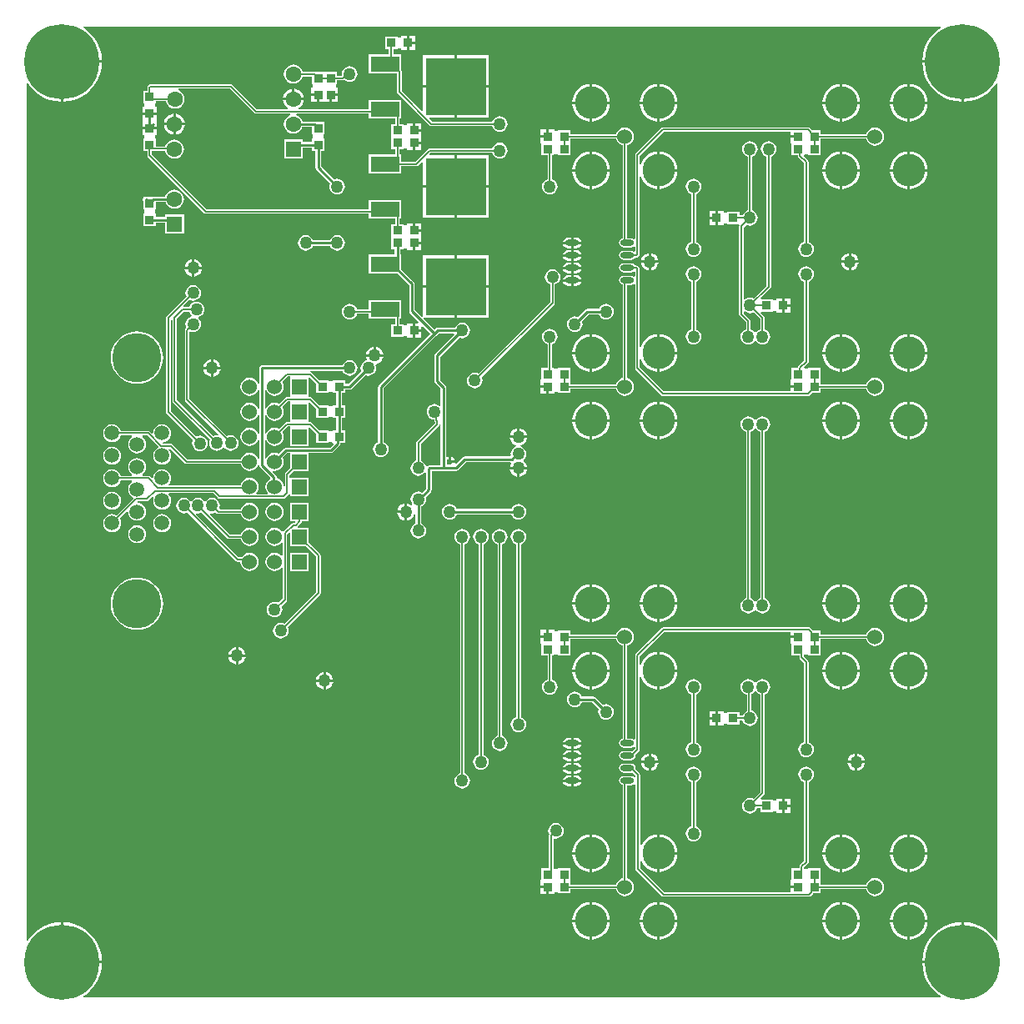
<source format=gbl>
G04*
G04 #@! TF.GenerationSoftware,Altium Limited,Altium Designer,20.1.12 (249)*
G04*
G04 Layer_Physical_Order=2*
G04 Layer_Color=16711680*
%FSLAX25Y25*%
%MOIN*%
G70*
G04*
G04 #@! TF.SameCoordinates,69E86C78-A60B-413B-87A9-659EDA75703A*
G04*
G04*
G04 #@! TF.FilePolarity,Positive*
G04*
G01*
G75*
%ADD14C,0.01000*%
%ADD39R,0.03740X0.03740*%
%ADD42R,0.03740X0.03740*%
%ADD49C,0.00600*%
%ADD50C,0.19685*%
%ADD51C,0.05906*%
%ADD52R,0.06299X0.06299*%
%ADD53C,0.06299*%
%ADD54C,0.02362*%
%ADD55R,0.06000X0.06000*%
%ADD56C,0.06000*%
%ADD57C,0.03000*%
%ADD58C,0.30000*%
%ADD59C,0.13000*%
%ADD61C,0.05000*%
%ADD62R,0.11811X0.06299*%
%ADD63R,0.24410X0.22835*%
%ADD64O,0.05512X0.02362*%
G36*
X676407Y493499D02*
X675566Y492984D01*
X673651Y491349D01*
X672016Y489434D01*
X670700Y487286D01*
X669736Y484960D01*
X669148Y482511D01*
X668990Y480500D01*
X685000D01*
Y480000D01*
X685500D01*
Y463990D01*
X687511Y464148D01*
X689960Y464736D01*
X692286Y465700D01*
X694434Y467016D01*
X696349Y468651D01*
X697984Y470566D01*
X698499Y471407D01*
X698981Y471271D01*
Y128729D01*
X698499Y128593D01*
X697984Y129434D01*
X696349Y131349D01*
X694434Y132984D01*
X692286Y134300D01*
X689960Y135264D01*
X687511Y135852D01*
X685500Y136010D01*
Y120000D01*
X685000D01*
Y119500D01*
X668990D01*
X669148Y117489D01*
X669736Y115040D01*
X670700Y112714D01*
X672016Y110566D01*
X673651Y108651D01*
X675566Y107016D01*
X676407Y106501D01*
X676271Y106019D01*
X333729D01*
X333593Y106501D01*
X334434Y107016D01*
X336349Y108651D01*
X337984Y110566D01*
X339300Y112714D01*
X340264Y115040D01*
X340852Y117489D01*
X341010Y119500D01*
X325000D01*
Y120000D01*
X324500D01*
Y136010D01*
X322489Y135852D01*
X320040Y135264D01*
X317714Y134300D01*
X315566Y132984D01*
X313651Y131349D01*
X312016Y129434D01*
X311501Y128593D01*
X311019Y128729D01*
Y471271D01*
X311501Y471407D01*
X312016Y470566D01*
X313651Y468651D01*
X315566Y467016D01*
X317714Y465700D01*
X320040Y464736D01*
X322489Y464148D01*
X324500Y463990D01*
Y480000D01*
X325000D01*
Y480500D01*
X341010D01*
X340852Y482511D01*
X340264Y484960D01*
X339300Y487286D01*
X337984Y489434D01*
X336349Y491349D01*
X334434Y492984D01*
X333593Y493499D01*
X333729Y493981D01*
X676271D01*
X676407Y493499D01*
D02*
G37*
%LPC*%
G36*
X462847Y490370D02*
X460476D01*
Y489724D01*
X459213D01*
X459124Y489784D01*
Y489970D01*
X454183D01*
Y485030D01*
X455736D01*
Y482765D01*
X447727D01*
Y475266D01*
X458920D01*
Y467767D01*
X458990Y467416D01*
X459189Y467119D01*
X471956Y454351D01*
X472254Y454152D01*
X472605Y454082D01*
X497025D01*
X497292Y453437D01*
X497789Y452789D01*
X498437Y452292D01*
X499191Y451980D01*
X500000Y451873D01*
X500809Y451980D01*
X501563Y452292D01*
X502211Y452789D01*
X502708Y453437D01*
X503020Y454191D01*
X503127Y455000D01*
X503020Y455809D01*
X502708Y456563D01*
X502211Y457211D01*
X501563Y457708D01*
X500809Y458020D01*
X500000Y458127D01*
X499191Y458020D01*
X498437Y457708D01*
X497789Y457211D01*
X497292Y456563D01*
X497025Y455918D01*
X472985D01*
X471782Y457121D01*
X471974Y457583D01*
X482000D01*
Y469500D01*
X469295D01*
Y460261D01*
X468833Y460070D01*
X460755Y468148D01*
Y476166D01*
X460738Y476255D01*
Y482765D01*
X457571D01*
Y485030D01*
X459124D01*
Y485216D01*
X459213Y485276D01*
X460476D01*
Y484630D01*
X462847D01*
Y487500D01*
Y490370D01*
D02*
G37*
G36*
X466217D02*
X463846D01*
Y488000D01*
X466217D01*
Y490370D01*
D02*
G37*
G36*
Y487000D02*
X463846D01*
Y484630D01*
X466217D01*
Y487000D01*
D02*
G37*
G36*
X417500Y478782D02*
X416521Y478653D01*
X415609Y478275D01*
X414826Y477674D01*
X414225Y476891D01*
X413847Y475979D01*
X413718Y475000D01*
X413847Y474021D01*
X414225Y473109D01*
X414826Y472326D01*
X415609Y471725D01*
X416521Y471347D01*
X417500Y471218D01*
X418479Y471347D01*
X419391Y471725D01*
X420174Y472326D01*
X420775Y473109D01*
X421144Y473999D01*
X425030D01*
Y470876D01*
X425216D01*
X425276Y470787D01*
Y469524D01*
X424630D01*
Y467154D01*
X427500D01*
Y466653D01*
X428000D01*
Y463784D01*
X432000D01*
Y466653D01*
X432500D01*
Y467154D01*
X435370D01*
Y469524D01*
X434724D01*
Y470787D01*
X434784Y470876D01*
X434970D01*
Y472429D01*
X437156D01*
X437507Y472499D01*
X437805Y472698D01*
X437850Y472743D01*
X438437Y472292D01*
X439191Y471980D01*
X440000Y471873D01*
X440809Y471980D01*
X441563Y472292D01*
X442211Y472789D01*
X442708Y473437D01*
X443020Y474191D01*
X443127Y475000D01*
X443020Y475809D01*
X442708Y476563D01*
X442211Y477211D01*
X441563Y477708D01*
X440809Y478020D01*
X440000Y478127D01*
X439191Y478020D01*
X438437Y477708D01*
X437789Y477211D01*
X437292Y476563D01*
X436980Y475809D01*
X436873Y475000D01*
X436912Y474708D01*
X436513Y474264D01*
X434970D01*
Y475816D01*
X430030D01*
Y475817D01*
X429970D01*
Y475816D01*
X426018D01*
X425930Y475834D01*
X421172D01*
X421153Y475979D01*
X420775Y476891D01*
X420174Y477674D01*
X419391Y478275D01*
X418479Y478653D01*
X417500Y478782D01*
D02*
G37*
G36*
X495705Y482417D02*
X483000D01*
Y470500D01*
X495705D01*
Y482417D01*
D02*
G37*
G36*
X482000D02*
X469295D01*
Y470500D01*
X482000D01*
Y482417D01*
D02*
G37*
G36*
X418000Y469120D02*
Y465500D01*
X421620D01*
X421543Y466083D01*
X421125Y467093D01*
X420460Y467959D01*
X419593Y468625D01*
X418583Y469043D01*
X418000Y469120D01*
D02*
G37*
G36*
X417000D02*
X416417Y469043D01*
X415407Y468625D01*
X414540Y467959D01*
X413875Y467093D01*
X413457Y466083D01*
X413380Y465500D01*
X417000D01*
Y469120D01*
D02*
G37*
G36*
X664000Y470987D02*
Y464000D01*
X670987D01*
X670892Y464970D01*
X670463Y466384D01*
X669766Y467687D01*
X668829Y468829D01*
X667687Y469766D01*
X666384Y470463D01*
X664970Y470892D01*
X664000Y470987D01*
D02*
G37*
G36*
X663000D02*
X662030Y470892D01*
X660616Y470463D01*
X659313Y469766D01*
X658171Y468829D01*
X657234Y467687D01*
X656537Y466384D01*
X656109Y464970D01*
X656013Y464000D01*
X663000D01*
Y470987D01*
D02*
G37*
G36*
X637000D02*
Y464000D01*
X643987D01*
X643891Y464970D01*
X643463Y466384D01*
X642766Y467687D01*
X641829Y468829D01*
X640687Y469766D01*
X639384Y470463D01*
X637970Y470892D01*
X637000Y470987D01*
D02*
G37*
G36*
X636000D02*
X635030Y470892D01*
X633616Y470463D01*
X632313Y469766D01*
X631171Y468829D01*
X630234Y467687D01*
X629537Y466384D01*
X629108Y464970D01*
X629013Y464000D01*
X636000D01*
Y470987D01*
D02*
G37*
G36*
X564000D02*
Y464000D01*
X570987D01*
X570892Y464970D01*
X570463Y466384D01*
X569766Y467687D01*
X568829Y468829D01*
X567687Y469766D01*
X566384Y470463D01*
X564970Y470892D01*
X564000Y470987D01*
D02*
G37*
G36*
X563000D02*
X562030Y470892D01*
X560616Y470463D01*
X559313Y469766D01*
X558171Y468829D01*
X557234Y467687D01*
X556537Y466384D01*
X556109Y464970D01*
X556013Y464000D01*
X563000D01*
Y470987D01*
D02*
G37*
G36*
X537000D02*
Y464000D01*
X543987D01*
X543891Y464970D01*
X543463Y466384D01*
X542766Y467687D01*
X541829Y468829D01*
X540687Y469766D01*
X539384Y470463D01*
X537970Y470892D01*
X537000Y470987D01*
D02*
G37*
G36*
X536000D02*
X535030Y470892D01*
X533616Y470463D01*
X532313Y469766D01*
X531171Y468829D01*
X530234Y467687D01*
X529537Y466384D01*
X529108Y464970D01*
X529013Y464000D01*
X536000D01*
Y470987D01*
D02*
G37*
G36*
X684500Y479500D02*
X668990D01*
X669148Y477489D01*
X669736Y475040D01*
X670700Y472714D01*
X672016Y470566D01*
X673651Y468651D01*
X675566Y467016D01*
X677714Y465700D01*
X680040Y464736D01*
X682489Y464148D01*
X684500Y463990D01*
Y479500D01*
D02*
G37*
G36*
X341010D02*
X325500D01*
Y463990D01*
X327511Y464148D01*
X329960Y464736D01*
X332286Y465700D01*
X334434Y467016D01*
X336349Y468651D01*
X337984Y470566D01*
X339300Y472714D01*
X340264Y475040D01*
X340852Y477489D01*
X341010Y479500D01*
D02*
G37*
G36*
X435370Y466153D02*
X433000D01*
Y463784D01*
X435370D01*
Y466153D01*
D02*
G37*
G36*
X427000D02*
X424630D01*
Y463784D01*
X427000D01*
Y466153D01*
D02*
G37*
G36*
X495705Y469500D02*
X483000D01*
Y457583D01*
X495705D01*
Y469500D01*
D02*
G37*
G36*
X670987Y463000D02*
X664000D01*
Y456013D01*
X664970Y456109D01*
X666384Y456537D01*
X667687Y457234D01*
X668829Y458171D01*
X669766Y459313D01*
X670463Y460616D01*
X670892Y462030D01*
X670987Y463000D01*
D02*
G37*
G36*
X663000D02*
X656013D01*
X656109Y462030D01*
X656537Y460616D01*
X657234Y459313D01*
X658171Y458171D01*
X659313Y457234D01*
X660616Y456537D01*
X662030Y456109D01*
X663000Y456013D01*
Y463000D01*
D02*
G37*
G36*
X643987D02*
X637000D01*
Y456013D01*
X637970Y456109D01*
X639384Y456537D01*
X640687Y457234D01*
X641829Y458171D01*
X642766Y459313D01*
X643463Y460616D01*
X643891Y462030D01*
X643987Y463000D01*
D02*
G37*
G36*
X636000D02*
X629013D01*
X629108Y462030D01*
X629537Y460616D01*
X630234Y459313D01*
X631171Y458171D01*
X632313Y457234D01*
X633616Y456537D01*
X635030Y456109D01*
X636000Y456013D01*
Y463000D01*
D02*
G37*
G36*
X570987D02*
X564000D01*
Y456013D01*
X564970Y456109D01*
X566384Y456537D01*
X567687Y457234D01*
X568829Y458171D01*
X569766Y459313D01*
X570463Y460616D01*
X570892Y462030D01*
X570987Y463000D01*
D02*
G37*
G36*
X563000D02*
X556013D01*
X556109Y462030D01*
X556537Y460616D01*
X557234Y459313D01*
X558171Y458171D01*
X559313Y457234D01*
X560616Y456537D01*
X562030Y456109D01*
X563000Y456013D01*
Y463000D01*
D02*
G37*
G36*
X543987D02*
X537000D01*
Y456013D01*
X537970Y456109D01*
X539384Y456537D01*
X540687Y457234D01*
X541829Y458171D01*
X542766Y459313D01*
X543463Y460616D01*
X543891Y462030D01*
X543987Y463000D01*
D02*
G37*
G36*
X536000D02*
X529013D01*
X529108Y462030D01*
X529537Y460616D01*
X530234Y459313D01*
X531171Y458171D01*
X532313Y457234D01*
X533616Y456537D01*
X535030Y456109D01*
X536000Y456013D01*
Y463000D01*
D02*
G37*
G36*
X370500Y459120D02*
Y455500D01*
X374120D01*
X374043Y456083D01*
X373625Y457093D01*
X372959Y457960D01*
X372093Y458625D01*
X371083Y459043D01*
X370500Y459120D01*
D02*
G37*
G36*
X369500D02*
X368917Y459043D01*
X367907Y458625D01*
X367040Y457960D01*
X366375Y457093D01*
X365957Y456083D01*
X365880Y455500D01*
X369500D01*
Y459120D01*
D02*
G37*
G36*
X362870Y458653D02*
X360000D01*
X357130D01*
Y456284D01*
X357130D01*
Y456216D01*
X357130D01*
Y453847D01*
X360000D01*
X362870D01*
Y456216D01*
X362870D01*
Y456284D01*
X362870D01*
Y458653D01*
D02*
G37*
G36*
X468716Y455370D02*
X466347D01*
Y453000D01*
X468716D01*
Y455370D01*
D02*
G37*
G36*
X374120Y454500D02*
X370500D01*
Y450880D01*
X371083Y450957D01*
X372093Y451375D01*
X372959Y452040D01*
X373625Y452907D01*
X374043Y453917D01*
X374120Y454500D01*
D02*
G37*
G36*
X369500D02*
X365880D01*
X365957Y453917D01*
X366375Y452907D01*
X367040Y452040D01*
X367907Y451375D01*
X368917Y450957D01*
X369500Y450880D01*
Y454500D01*
D02*
G37*
G36*
X518653Y452870D02*
X516284D01*
Y450500D01*
X518653D01*
Y452870D01*
D02*
G37*
G36*
X468716Y447000D02*
X466347D01*
Y444630D01*
X468716D01*
Y447000D01*
D02*
G37*
G36*
X392500Y470918D02*
X360351D01*
X360000Y470848D01*
X359703Y470649D01*
X359351Y470297D01*
X359152Y470000D01*
X359082Y469649D01*
Y468317D01*
X357530D01*
Y463376D01*
X357716D01*
X357776Y463287D01*
Y462024D01*
X357130D01*
Y459654D01*
X360000D01*
X362870D01*
Y462024D01*
X362224D01*
Y463287D01*
X362284Y463376D01*
X362470D01*
Y464100D01*
X366596D01*
X366604Y464039D01*
X366982Y463127D01*
X367583Y462343D01*
X368366Y461742D01*
X369278Y461365D01*
X370257Y461236D01*
X371236Y461365D01*
X372148Y461742D01*
X372931Y462343D01*
X373532Y463127D01*
X373910Y464039D01*
X374039Y465018D01*
X373910Y465996D01*
X373532Y466909D01*
X372931Y467692D01*
X372148Y468293D01*
X371449Y468582D01*
X371549Y469082D01*
X392120D01*
X401851Y459351D01*
X402149Y459152D01*
X402500Y459082D01*
X416251D01*
X416350Y458582D01*
X415609Y458275D01*
X414826Y457674D01*
X414225Y456891D01*
X413847Y455979D01*
X413718Y455000D01*
X413847Y454021D01*
X414225Y453109D01*
X414826Y452326D01*
X415609Y451725D01*
X416521Y451347D01*
X417500Y451218D01*
X418479Y451347D01*
X419391Y451725D01*
X420174Y452326D01*
X420775Y453109D01*
X421059Y453795D01*
X425030D01*
Y450876D01*
X425216D01*
X425276Y450787D01*
Y449213D01*
X425216Y449124D01*
X425030D01*
Y447775D01*
X421250D01*
Y448750D01*
X413750D01*
Y441250D01*
X421250D01*
Y445532D01*
X425030D01*
Y444183D01*
X426378D01*
Y437500D01*
X426378Y437500D01*
X426464Y437071D01*
X426707Y436707D01*
X432163Y431251D01*
X431980Y430809D01*
X431873Y430000D01*
X431980Y429191D01*
X432292Y428437D01*
X432789Y427789D01*
X433437Y427292D01*
X434191Y426980D01*
X435000Y426873D01*
X435809Y426980D01*
X436563Y427292D01*
X437211Y427789D01*
X437708Y428437D01*
X438020Y429191D01*
X438127Y430000D01*
X438020Y430809D01*
X437708Y431563D01*
X437211Y432211D01*
X436563Y432708D01*
X435809Y433020D01*
X435000Y433127D01*
X434191Y433020D01*
X433749Y432837D01*
X428622Y437965D01*
Y444183D01*
X429970D01*
Y449124D01*
X429784D01*
X429724Y449213D01*
Y450787D01*
X429784Y450876D01*
X429970D01*
Y455817D01*
X426563D01*
X426359Y455953D01*
X425930Y456038D01*
X425930Y456038D01*
X421129D01*
X420775Y456891D01*
X420174Y457674D01*
X419391Y458275D01*
X418650Y458582D01*
X418749Y459082D01*
X447727D01*
Y457235D01*
X458236D01*
Y454970D01*
X456683D01*
Y450030D01*
X456683D01*
Y449970D01*
X456683D01*
Y445030D01*
X458236D01*
Y442765D01*
X447727D01*
Y435266D01*
X460738D01*
Y438098D01*
X466621D01*
X466972Y438168D01*
X467270Y438367D01*
X468833Y439930D01*
X469295Y439739D01*
Y430500D01*
X482000D01*
Y442417D01*
X471974D01*
X471782Y442879D01*
X472385Y443482D01*
X497025D01*
X497292Y442837D01*
X497789Y442189D01*
X498437Y441692D01*
X499191Y441380D01*
X500000Y441273D01*
X500809Y441380D01*
X501563Y441692D01*
X502211Y442189D01*
X502708Y442837D01*
X503020Y443591D01*
X503127Y444400D01*
X503020Y445209D01*
X502708Y445963D01*
X502211Y446611D01*
X501563Y447108D01*
X500809Y447420D01*
X500000Y447527D01*
X499191Y447420D01*
X498437Y447108D01*
X497789Y446611D01*
X497292Y445963D01*
X497025Y445318D01*
X472005D01*
X471654Y445248D01*
X471356Y445049D01*
X466241Y439933D01*
X460738D01*
Y442765D01*
X460071D01*
Y445030D01*
X461624D01*
Y445216D01*
X461713Y445276D01*
X462976D01*
Y444630D01*
X465346D01*
Y447500D01*
X465846D01*
Y448000D01*
X468716D01*
Y449630D01*
Y452000D01*
X465846D01*
Y452500D01*
X465346D01*
Y455370D01*
X462976D01*
Y454724D01*
X461713D01*
X461624Y454784D01*
Y454970D01*
X460071D01*
Y457235D01*
X460738D01*
Y464734D01*
X447727D01*
Y460918D01*
X419788D01*
X419656Y461227D01*
X419648Y461418D01*
X420460Y462041D01*
X421125Y462907D01*
X421543Y463917D01*
X421620Y464500D01*
X417500D01*
X413380D01*
X413457Y463917D01*
X413875Y462907D01*
X414540Y462041D01*
X415352Y461418D01*
X415344Y461227D01*
X415212Y460918D01*
X402880D01*
X393149Y470649D01*
X392851Y470848D01*
X392500Y470918D01*
D02*
G37*
G36*
X362870Y452846D02*
X360000D01*
X357130D01*
Y450476D01*
X357776D01*
Y449213D01*
X357716Y449124D01*
X357530D01*
Y445172D01*
X357512Y445084D01*
X357530Y444995D01*
Y444183D01*
X358341D01*
X358430Y444166D01*
X358519Y444183D01*
X359082D01*
Y442500D01*
X359152Y442149D01*
X359351Y441851D01*
X381851Y419351D01*
X382149Y419152D01*
X382500Y419082D01*
X447727D01*
Y417235D01*
X458236D01*
Y414970D01*
X456683D01*
Y410030D01*
X456683D01*
Y409970D01*
X456683D01*
Y405030D01*
X458032D01*
Y402765D01*
X447727D01*
Y395266D01*
X459152D01*
X463759Y390659D01*
Y380120D01*
X463759Y380120D01*
X463844Y379691D01*
X464087Y379327D01*
X467582Y375832D01*
X467390Y375370D01*
X466347D01*
Y373000D01*
X468716D01*
Y374044D01*
X469178Y374235D01*
X472217Y371197D01*
X451707Y350688D01*
X451464Y350324D01*
X451378Y349895D01*
X451378Y349895D01*
Y327891D01*
X450937Y327708D01*
X450289Y327211D01*
X449792Y326563D01*
X449480Y325809D01*
X449373Y325000D01*
X449480Y324191D01*
X449792Y323437D01*
X450289Y322789D01*
X450937Y322292D01*
X451691Y321980D01*
X452500Y321873D01*
X453309Y321980D01*
X454063Y322292D01*
X454711Y322789D01*
X455208Y323437D01*
X455520Y324191D01*
X455627Y325000D01*
X455520Y325809D01*
X455208Y326563D01*
X454711Y327211D01*
X454063Y327708D01*
X453622Y327891D01*
Y349430D01*
X474596Y370404D01*
X474596Y370404D01*
X475570Y371378D01*
X481585D01*
X481792Y370879D01*
X474207Y363293D01*
X473964Y362929D01*
X473878Y362500D01*
X473878Y362500D01*
Y352246D01*
X473878Y352246D01*
X473964Y351817D01*
X474207Y351453D01*
X476378Y349281D01*
Y342636D01*
X475878Y342389D01*
X475463Y342708D01*
X474709Y343020D01*
X473900Y343127D01*
X473091Y343020D01*
X472337Y342708D01*
X471689Y342211D01*
X471192Y341563D01*
X470880Y340809D01*
X470773Y340000D01*
X470880Y339191D01*
X471192Y338437D01*
X471689Y337789D01*
X472337Y337292D01*
X473091Y336980D01*
X473824Y336883D01*
Y336613D01*
X473894Y336262D01*
X474082Y335980D01*
Y335380D01*
X466851Y328149D01*
X466652Y327851D01*
X466582Y327500D01*
Y320475D01*
X465937Y320208D01*
X465289Y319711D01*
X464792Y319063D01*
X464480Y318309D01*
X464373Y317500D01*
X464480Y316691D01*
X464792Y315937D01*
X465289Y315289D01*
X465937Y314792D01*
X466691Y314480D01*
X467500Y314373D01*
X468309Y314480D01*
X469063Y314792D01*
X469711Y315289D01*
X470072Y315759D01*
X470572Y315589D01*
Y309215D01*
X469064Y307707D01*
X469063Y307708D01*
X468309Y308020D01*
X467500Y308127D01*
X466691Y308020D01*
X465937Y307708D01*
X465289Y307211D01*
X464792Y306563D01*
X464480Y305809D01*
X464373Y305000D01*
X464480Y304191D01*
X464792Y303437D01*
X465079Y303063D01*
X464722Y302707D01*
X464265Y303057D01*
X463414Y303410D01*
X463000Y303464D01*
Y300000D01*
Y296536D01*
X463414Y296590D01*
X464265Y296943D01*
X464996Y297504D01*
X465557Y298235D01*
X465910Y299086D01*
X466378Y298974D01*
Y295391D01*
X465937Y295208D01*
X465289Y294711D01*
X464792Y294063D01*
X464480Y293309D01*
X464373Y292500D01*
X464480Y291691D01*
X464792Y290937D01*
X465289Y290289D01*
X465937Y289792D01*
X466691Y289480D01*
X467500Y289373D01*
X468309Y289480D01*
X469063Y289792D01*
X469711Y290289D01*
X470208Y290937D01*
X470520Y291691D01*
X470627Y292500D01*
X470520Y293309D01*
X470208Y294063D01*
X469711Y294711D01*
X469063Y295208D01*
X468622Y295391D01*
Y302109D01*
X469063Y302292D01*
X469711Y302789D01*
X470208Y303437D01*
X470520Y304191D01*
X470627Y305000D01*
X470520Y305809D01*
X470467Y305938D01*
X472486Y307957D01*
X472729Y308321D01*
X472815Y308750D01*
X472815Y308750D01*
Y316378D01*
X482500D01*
X482500Y316378D01*
X482929Y316464D01*
X483293Y316707D01*
X486449Y319863D01*
X504336D01*
X504557Y319414D01*
X504443Y319265D01*
X504090Y318414D01*
X504036Y318000D01*
X510964D01*
X510910Y318414D01*
X510557Y319265D01*
X509996Y319996D01*
X509598Y320302D01*
X509598Y320802D01*
X509711Y320889D01*
X510208Y321537D01*
X510520Y322291D01*
X510627Y323100D01*
X510520Y323909D01*
X510208Y324663D01*
X509711Y325311D01*
X509063Y325808D01*
X508397Y326084D01*
X508370Y326394D01*
X508409Y326570D01*
X508417Y326591D01*
X509265Y326943D01*
X509996Y327504D01*
X510557Y328235D01*
X510910Y329086D01*
X510964Y329500D01*
X504036D01*
X504090Y329086D01*
X504443Y328235D01*
X505004Y327504D01*
X505735Y326943D01*
X506583Y326591D01*
X506591Y326570D01*
X506630Y326394D01*
X506602Y326084D01*
X505937Y325808D01*
X505289Y325311D01*
X504792Y324663D01*
X504480Y323909D01*
X504373Y323100D01*
X504438Y322606D01*
X504069Y322126D01*
X504018Y322106D01*
X485984D01*
X485555Y322020D01*
X485191Y321777D01*
X485191Y321777D01*
X482565Y319151D01*
X482104Y319397D01*
X482124Y319500D01*
X480000D01*
Y320000D01*
X479500D01*
Y322124D01*
X479149Y322055D01*
X479063Y321997D01*
X478622Y322233D01*
Y349746D01*
X478536Y350175D01*
X478293Y350539D01*
X478293Y350539D01*
X476122Y352710D01*
Y362035D01*
X483749Y369663D01*
X484191Y369480D01*
X485000Y369373D01*
X485809Y369480D01*
X486563Y369792D01*
X487211Y370289D01*
X487708Y370937D01*
X488020Y371691D01*
X488127Y372500D01*
X488020Y373309D01*
X487708Y374063D01*
X487211Y374711D01*
X486563Y375208D01*
X485809Y375520D01*
X485000Y375627D01*
X484191Y375520D01*
X483437Y375208D01*
X482789Y374711D01*
X482292Y374063D01*
X482109Y373622D01*
X475105D01*
X474676Y373536D01*
X474312Y373293D01*
X474312Y373293D01*
X473803Y372783D01*
X469503Y377083D01*
X469711Y377583D01*
X482000D01*
Y389500D01*
X469295D01*
Y377998D01*
X468795Y377791D01*
X466002Y380584D01*
Y391124D01*
X466002Y391124D01*
X465916Y391553D01*
X465673Y391917D01*
X465673Y391917D01*
X460738Y396852D01*
Y402765D01*
X460275D01*
Y405030D01*
X461624D01*
Y405216D01*
X461713Y405276D01*
X462976D01*
Y404630D01*
X465346D01*
Y407500D01*
X465846D01*
Y408000D01*
X468716D01*
Y409630D01*
Y412000D01*
X465846D01*
Y412500D01*
X465346D01*
Y415370D01*
X462976D01*
Y414724D01*
X461713D01*
X461624Y414784D01*
Y414970D01*
X460071D01*
Y417235D01*
X460738D01*
Y424734D01*
X447727D01*
Y420918D01*
X382880D01*
X360918Y442880D01*
Y444183D01*
X361481D01*
X361570Y444166D01*
X366328D01*
X366347Y444021D01*
X366725Y443109D01*
X367326Y442326D01*
X368109Y441725D01*
X369021Y441347D01*
X370000Y441218D01*
X370979Y441347D01*
X371891Y441725D01*
X372674Y442326D01*
X373275Y443109D01*
X373653Y444021D01*
X373782Y445000D01*
X373653Y445979D01*
X373275Y446891D01*
X372674Y447674D01*
X371891Y448275D01*
X370979Y448653D01*
X370000Y448782D01*
X369021Y448653D01*
X368109Y448275D01*
X367326Y447674D01*
X366725Y446891D01*
X366356Y446001D01*
X362470D01*
Y449124D01*
X362284D01*
X362224Y449213D01*
Y450476D01*
X362870D01*
Y452846D01*
D02*
G37*
G36*
X664000Y443987D02*
Y437000D01*
X670987D01*
X670892Y437970D01*
X670463Y439384D01*
X669766Y440687D01*
X668829Y441829D01*
X667687Y442766D01*
X666384Y443463D01*
X664970Y443891D01*
X664000Y443987D01*
D02*
G37*
G36*
X663000D02*
X662030Y443891D01*
X660616Y443463D01*
X659313Y442766D01*
X658171Y441829D01*
X657234Y440687D01*
X656537Y439384D01*
X656109Y437970D01*
X656013Y437000D01*
X663000D01*
Y443987D01*
D02*
G37*
G36*
X637000D02*
Y437000D01*
X643987D01*
X643891Y437970D01*
X643463Y439384D01*
X642766Y440687D01*
X641829Y441829D01*
X640687Y442766D01*
X639384Y443463D01*
X637970Y443891D01*
X637000Y443987D01*
D02*
G37*
G36*
X636000D02*
X635030Y443891D01*
X633616Y443463D01*
X632313Y442766D01*
X631171Y441829D01*
X630234Y440687D01*
X629537Y439384D01*
X629108Y437970D01*
X629013Y437000D01*
X636000D01*
Y443987D01*
D02*
G37*
G36*
X564000D02*
Y437000D01*
X570987D01*
X570892Y437970D01*
X570463Y439384D01*
X569766Y440687D01*
X568829Y441829D01*
X567687Y442766D01*
X566384Y443463D01*
X564970Y443891D01*
X564000Y443987D01*
D02*
G37*
G36*
X537000D02*
Y437000D01*
X543987D01*
X543891Y437970D01*
X543463Y439384D01*
X542766Y440687D01*
X541829Y441829D01*
X540687Y442766D01*
X539384Y443463D01*
X537970Y443891D01*
X537000Y443987D01*
D02*
G37*
G36*
X536000D02*
X535030Y443891D01*
X533616Y443463D01*
X532313Y442766D01*
X531171Y441829D01*
X530234Y440687D01*
X529537Y439384D01*
X529108Y437970D01*
X529013Y437000D01*
X536000D01*
Y443987D01*
D02*
G37*
G36*
X495705Y442417D02*
X483000D01*
Y430500D01*
X495705D01*
Y442417D01*
D02*
G37*
G36*
X670987Y436000D02*
X664000D01*
Y429013D01*
X664970Y429108D01*
X666384Y429537D01*
X667687Y430234D01*
X668829Y431171D01*
X669766Y432313D01*
X670463Y433616D01*
X670892Y435030D01*
X670987Y436000D01*
D02*
G37*
G36*
X663000D02*
X656013D01*
X656109Y435030D01*
X656537Y433616D01*
X657234Y432313D01*
X658171Y431171D01*
X659313Y430234D01*
X660616Y429537D01*
X662030Y429108D01*
X663000Y429013D01*
Y436000D01*
D02*
G37*
G36*
X643987D02*
X637000D01*
Y429013D01*
X637970Y429108D01*
X639384Y429537D01*
X640687Y430234D01*
X641829Y431171D01*
X642766Y432313D01*
X643463Y433616D01*
X643891Y435030D01*
X643987Y436000D01*
D02*
G37*
G36*
X636000D02*
X629013D01*
X629108Y435030D01*
X629537Y433616D01*
X630234Y432313D01*
X631171Y431171D01*
X632313Y430234D01*
X633616Y429537D01*
X635030Y429108D01*
X636000Y429013D01*
Y436000D01*
D02*
G37*
G36*
X570987D02*
X564000D01*
Y429013D01*
X564970Y429108D01*
X566384Y429537D01*
X567687Y430234D01*
X568829Y431171D01*
X569766Y432313D01*
X570463Y433616D01*
X570892Y435030D01*
X570987Y436000D01*
D02*
G37*
G36*
X543987D02*
X537000D01*
Y429013D01*
X537970Y429108D01*
X539384Y429537D01*
X540687Y430234D01*
X541829Y431171D01*
X542766Y432313D01*
X543463Y433616D01*
X543891Y435030D01*
X543987Y436000D01*
D02*
G37*
G36*
X536000D02*
X529013D01*
X529108Y435030D01*
X529537Y433616D01*
X530234Y432313D01*
X531171Y431171D01*
X532313Y430234D01*
X533616Y429537D01*
X535030Y429108D01*
X536000Y429013D01*
Y436000D01*
D02*
G37*
G36*
X370000Y428782D02*
X369021Y428653D01*
X368109Y428275D01*
X367326Y427674D01*
X366725Y426891D01*
X366371Y426038D01*
X361570D01*
X361570Y426038D01*
X361141Y425953D01*
X360937Y425816D01*
X359063D01*
X358859Y425953D01*
X358430Y426038D01*
X358001Y425953D01*
X357797Y425816D01*
X357530D01*
Y425550D01*
X357394Y425346D01*
X357308Y424917D01*
X357394Y424487D01*
X357530Y424284D01*
Y420876D01*
X357716D01*
X357776Y420787D01*
Y419213D01*
X357716Y419124D01*
X357530D01*
Y414184D01*
X362470D01*
Y415532D01*
X366250D01*
Y411250D01*
X373750D01*
Y418750D01*
X366250D01*
Y417775D01*
X362470D01*
Y419124D01*
X362284D01*
X362224Y419213D01*
Y420787D01*
X362284Y420876D01*
X362470D01*
Y423795D01*
X366441D01*
X366725Y423109D01*
X367326Y422326D01*
X368109Y421725D01*
X369021Y421347D01*
X370000Y421218D01*
X370979Y421347D01*
X371891Y421725D01*
X372674Y422326D01*
X373275Y423109D01*
X373653Y424021D01*
X373782Y425000D01*
X373653Y425979D01*
X373275Y426891D01*
X372674Y427674D01*
X371891Y428275D01*
X370979Y428653D01*
X370000Y428782D01*
D02*
G37*
G36*
X586154Y420370D02*
X583783D01*
Y418000D01*
X586154D01*
Y420370D01*
D02*
G37*
G36*
X495705Y429500D02*
X483000D01*
Y417583D01*
X495705D01*
Y429500D01*
D02*
G37*
G36*
X482000D02*
X469295D01*
Y417583D01*
X482000D01*
Y429500D01*
D02*
G37*
G36*
X586154Y417000D02*
X583783D01*
Y414630D01*
X586154D01*
Y417000D01*
D02*
G37*
G36*
X607500Y448127D02*
X606691Y448020D01*
X605937Y447708D01*
X605289Y447211D01*
X604792Y446563D01*
X604480Y445809D01*
X604373Y445000D01*
X604480Y444191D01*
X604792Y443437D01*
X605289Y442789D01*
X605937Y442292D01*
X606582Y442025D01*
Y390380D01*
X601455Y385253D01*
X600809Y385520D01*
X600000Y385627D01*
X599191Y385520D01*
X598437Y385208D01*
X598018Y384886D01*
X597518Y385133D01*
Y413720D01*
X598545Y414747D01*
X599191Y414480D01*
X600000Y414373D01*
X600809Y414480D01*
X601563Y414792D01*
X602211Y415289D01*
X602708Y415937D01*
X603020Y416691D01*
X603127Y417500D01*
X603020Y418309D01*
X602708Y419063D01*
X602211Y419711D01*
X601563Y420208D01*
X600918Y420475D01*
Y442025D01*
X601563Y442292D01*
X602211Y442789D01*
X602708Y443437D01*
X603020Y444191D01*
X603127Y445000D01*
X603020Y445809D01*
X602708Y446563D01*
X602211Y447211D01*
X601563Y447708D01*
X600809Y448020D01*
X600000Y448127D01*
X599191Y448020D01*
X598437Y447708D01*
X597789Y447211D01*
X597292Y446563D01*
X596980Y445809D01*
X596873Y445000D01*
X596980Y444191D01*
X597292Y443437D01*
X597789Y442789D01*
X598437Y442292D01*
X599082Y442025D01*
Y420475D01*
X598437Y420208D01*
X597789Y419711D01*
X597292Y419063D01*
X597025Y418418D01*
X595817D01*
Y419970D01*
X590876D01*
Y419784D01*
X590787Y419724D01*
X589524D01*
Y420370D01*
X587153D01*
Y417500D01*
Y414630D01*
X589524D01*
Y415276D01*
X590787D01*
X590876Y415216D01*
Y415030D01*
X595437D01*
X595540Y415030D01*
X595632Y414857D01*
X595805Y414530D01*
X595752Y414451D01*
X595682Y414100D01*
Y378949D01*
X595752Y378598D01*
X595951Y378301D01*
X598482Y375769D01*
Y372975D01*
X597837Y372708D01*
X597189Y372211D01*
X596692Y371563D01*
X596380Y370809D01*
X596273Y370000D01*
X596380Y369191D01*
X596692Y368437D01*
X597189Y367789D01*
X597837Y367292D01*
X598591Y366980D01*
X599400Y366873D01*
X600209Y366980D01*
X600963Y367292D01*
X601611Y367789D01*
X601890Y368153D01*
X602510D01*
X602789Y367789D01*
X603437Y367292D01*
X604191Y366980D01*
X605000Y366873D01*
X605809Y366980D01*
X606563Y367292D01*
X607211Y367789D01*
X607708Y368437D01*
X608020Y369191D01*
X608127Y370000D01*
X608020Y370809D01*
X607708Y371563D01*
X607211Y372211D01*
X606563Y372708D01*
X605918Y372975D01*
Y377500D01*
X605848Y377851D01*
X605649Y378149D01*
X604268Y379530D01*
X604475Y380030D01*
X604545Y380030D01*
X604545Y380030D01*
X604563Y380030D01*
X609124D01*
Y380216D01*
X609213Y380276D01*
X610476D01*
Y379630D01*
X612847D01*
Y382500D01*
Y385370D01*
X610476D01*
Y384724D01*
X609213D01*
X609124Y384784D01*
Y384970D01*
X604563Y384970D01*
X604545D01*
D01*
X604475Y384970D01*
X604425Y385090D01*
X604268Y385470D01*
X608149Y389351D01*
X608348Y389649D01*
X608418Y390000D01*
Y442025D01*
X609063Y442292D01*
X609711Y442789D01*
X610208Y443437D01*
X610520Y444191D01*
X610627Y445000D01*
X610520Y445809D01*
X610208Y446563D01*
X609711Y447211D01*
X609063Y447708D01*
X608309Y448020D01*
X607500Y448127D01*
D02*
G37*
G36*
X468716Y415370D02*
X466347D01*
Y413000D01*
X468716D01*
Y415370D01*
D02*
G37*
G36*
X623365Y453688D02*
X565270D01*
X564919Y453618D01*
X564621Y453419D01*
X554351Y443149D01*
X554152Y442851D01*
X554082Y442500D01*
Y409252D01*
X553582Y408985D01*
X553293Y409178D01*
X552598Y409316D01*
X550918D01*
Y446490D01*
X550940Y446493D01*
X551816Y446855D01*
X552568Y447432D01*
X553145Y448184D01*
X553507Y449060D01*
X553631Y450000D01*
X553507Y450940D01*
X553145Y451816D01*
X552568Y452568D01*
X551816Y453145D01*
X550940Y453507D01*
X550000Y453631D01*
X549060Y453507D01*
X548184Y453145D01*
X547432Y452568D01*
X546855Y451816D01*
X546493Y450940D01*
X546490Y450918D01*
X528316D01*
Y452470D01*
X523376D01*
Y452284D01*
X523287Y452224D01*
X522024D01*
Y452870D01*
X519654D01*
Y450000D01*
X519153D01*
Y449500D01*
X516284D01*
Y447130D01*
X516683D01*
Y442530D01*
X519082D01*
Y432975D01*
X518437Y432708D01*
X517789Y432211D01*
X517292Y431563D01*
X516980Y430809D01*
X516873Y430000D01*
X516980Y429191D01*
X517292Y428437D01*
X517789Y427789D01*
X518437Y427292D01*
X519191Y426980D01*
X520000Y426873D01*
X520809Y426980D01*
X521563Y427292D01*
X522211Y427789D01*
X522708Y428437D01*
X523020Y429191D01*
X523127Y430000D01*
X523020Y430809D01*
X522708Y431563D01*
X522211Y432211D01*
X521563Y432708D01*
X520918Y432975D01*
Y442530D01*
X521624D01*
Y442716D01*
X521713Y442776D01*
X523287D01*
X523376Y442716D01*
Y442530D01*
X528316D01*
Y447470D01*
X528317D01*
Y447530D01*
X528316D01*
Y449082D01*
X546490D01*
X546493Y449060D01*
X546855Y448184D01*
X547432Y447432D01*
X548184Y446855D01*
X549060Y446493D01*
X549082Y446490D01*
Y409243D01*
X548754Y409178D01*
X548165Y408784D01*
X547771Y408195D01*
X547633Y407500D01*
X547771Y406805D01*
X548165Y406216D01*
X548754Y405822D01*
X549449Y405684D01*
X552598D01*
X553293Y405822D01*
X553582Y406015D01*
X554082Y405748D01*
Y404252D01*
X553582Y403985D01*
X553293Y404178D01*
X552598Y404316D01*
X549449D01*
X548754Y404178D01*
X548165Y403784D01*
X547771Y403195D01*
X547633Y402500D01*
X547771Y401805D01*
X548165Y401216D01*
X548754Y400822D01*
X549449Y400684D01*
X552598D01*
X553293Y400822D01*
X553883Y401216D01*
X554127Y401582D01*
X554648D01*
X555000Y401652D01*
X555297Y401851D01*
X555649Y402203D01*
X555848Y402500D01*
X555918Y402851D01*
Y433937D01*
X556418Y434011D01*
X556537Y433616D01*
X557234Y432313D01*
X558171Y431171D01*
X559313Y430234D01*
X560616Y429537D01*
X562030Y429108D01*
X563000Y429013D01*
Y436500D01*
Y443987D01*
X562030Y443891D01*
X560616Y443463D01*
X559313Y442766D01*
X558171Y441829D01*
X557234Y440687D01*
X556537Y439384D01*
X556418Y438989D01*
X555918Y439063D01*
Y442120D01*
X565650Y451853D01*
X616284D01*
Y450500D01*
X619153D01*
Y449500D01*
X616284D01*
Y447130D01*
X616683D01*
Y442530D01*
X619082D01*
Y442365D01*
X619152Y442014D01*
X619351Y441716D01*
X621582Y439485D01*
Y407975D01*
X620937Y407708D01*
X620289Y407211D01*
X619792Y406563D01*
X619480Y405809D01*
X619373Y405000D01*
X619480Y404191D01*
X619792Y403437D01*
X620289Y402789D01*
X620937Y402292D01*
X621691Y401980D01*
X622500Y401873D01*
X623309Y401980D01*
X624063Y402292D01*
X624711Y402789D01*
X625208Y403437D01*
X625520Y404191D01*
X625627Y405000D01*
X625520Y405809D01*
X625208Y406563D01*
X624711Y407211D01*
X624063Y407708D01*
X623418Y407975D01*
Y439865D01*
X623348Y440216D01*
X623149Y440514D01*
X621604Y442059D01*
X621714Y442586D01*
X622022Y442776D01*
X623287D01*
X623376Y442716D01*
Y442530D01*
X628316D01*
Y447470D01*
X628317D01*
Y447530D01*
X628316D01*
Y449082D01*
X646490D01*
X646493Y449060D01*
X646855Y448184D01*
X647432Y447432D01*
X648184Y446855D01*
X649060Y446493D01*
X650000Y446369D01*
X650940Y446493D01*
X651816Y446855D01*
X652568Y447432D01*
X653145Y448184D01*
X653507Y449060D01*
X653631Y450000D01*
X653507Y450940D01*
X653145Y451816D01*
X652568Y452568D01*
X651816Y453145D01*
X650940Y453507D01*
X650000Y453631D01*
X649060Y453507D01*
X648184Y453145D01*
X647432Y452568D01*
X646855Y451816D01*
X646493Y450940D01*
X646490Y450918D01*
X628316D01*
Y452470D01*
X624950D01*
X624925Y452507D01*
X624014Y453419D01*
X623716Y453618D01*
X623365Y453688D01*
D02*
G37*
G36*
X435000Y410627D02*
X434191Y410520D01*
X433437Y410208D01*
X432789Y409711D01*
X432292Y409063D01*
X432109Y408622D01*
X425391D01*
X425208Y409063D01*
X424711Y409711D01*
X424063Y410208D01*
X423309Y410520D01*
X422500Y410627D01*
X421691Y410520D01*
X420937Y410208D01*
X420289Y409711D01*
X419792Y409063D01*
X419480Y408309D01*
X419373Y407500D01*
X419480Y406691D01*
X419792Y405937D01*
X420289Y405289D01*
X420937Y404792D01*
X421691Y404480D01*
X422500Y404373D01*
X423309Y404480D01*
X424063Y404792D01*
X424711Y405289D01*
X425208Y405937D01*
X425391Y406379D01*
X432109D01*
X432292Y405937D01*
X432789Y405289D01*
X433437Y404792D01*
X434191Y404480D01*
X435000Y404373D01*
X435809Y404480D01*
X436563Y404792D01*
X437211Y405289D01*
X437708Y405937D01*
X438020Y406691D01*
X438127Y407500D01*
X438020Y408309D01*
X437708Y409063D01*
X437211Y409711D01*
X436563Y410208D01*
X435809Y410520D01*
X435000Y410627D01*
D02*
G37*
G36*
X530551Y409724D02*
X529476D01*
Y408000D01*
X532676D01*
X532606Y408351D01*
X532124Y409072D01*
X531402Y409555D01*
X530551Y409724D01*
D02*
G37*
G36*
X528476D02*
X527402D01*
X526551Y409555D01*
X525829Y409072D01*
X525347Y408351D01*
X525277Y408000D01*
X528476D01*
Y409724D01*
D02*
G37*
G36*
X532676Y407000D02*
X529476D01*
Y405276D01*
X530551D01*
X531402Y405445D01*
X532124Y405928D01*
X532606Y406649D01*
X532676Y407000D01*
D02*
G37*
G36*
X528476D02*
X525277D01*
X525347Y406649D01*
X525829Y405928D01*
X526551Y405445D01*
X527402Y405276D01*
X528476D01*
Y407000D01*
D02*
G37*
G36*
X468716Y407000D02*
X466347D01*
Y404630D01*
X468716D01*
Y407000D01*
D02*
G37*
G36*
X530551Y404724D02*
X529476D01*
Y403000D01*
X532676D01*
X532606Y403351D01*
X532124Y404073D01*
X531402Y404555D01*
X530551Y404724D01*
D02*
G37*
G36*
X528476D02*
X527402D01*
X526551Y404555D01*
X525829Y404073D01*
X525347Y403351D01*
X525277Y403000D01*
X528476D01*
Y404724D01*
D02*
G37*
G36*
X577500Y433127D02*
X576691Y433020D01*
X575937Y432708D01*
X575289Y432211D01*
X574792Y431563D01*
X574480Y430809D01*
X574373Y430000D01*
X574480Y429191D01*
X574792Y428437D01*
X575289Y427789D01*
X575937Y427292D01*
X576582Y427025D01*
Y407975D01*
X575937Y407708D01*
X575289Y407211D01*
X574792Y406563D01*
X574480Y405809D01*
X574373Y405000D01*
X574480Y404191D01*
X574792Y403437D01*
X575289Y402789D01*
X575937Y402292D01*
X576691Y401980D01*
X577500Y401873D01*
X578309Y401980D01*
X579063Y402292D01*
X579711Y402789D01*
X580208Y403437D01*
X580520Y404191D01*
X580627Y405000D01*
X580520Y405809D01*
X580208Y406563D01*
X579711Y407211D01*
X579063Y407708D01*
X578418Y407975D01*
Y427025D01*
X579063Y427292D01*
X579711Y427789D01*
X580208Y428437D01*
X580520Y429191D01*
X580627Y430000D01*
X580520Y430809D01*
X580208Y431563D01*
X579711Y432211D01*
X579063Y432708D01*
X578309Y433020D01*
X577500Y433127D01*
D02*
G37*
G36*
X640500Y403464D02*
Y400500D01*
X643464D01*
X643410Y400914D01*
X643057Y401765D01*
X642496Y402496D01*
X641765Y403057D01*
X640914Y403410D01*
X640500Y403464D01*
D02*
G37*
G36*
X639500D02*
X639086Y403410D01*
X638235Y403057D01*
X637504Y402496D01*
X636943Y401765D01*
X636590Y400914D01*
X636536Y400500D01*
X639500D01*
Y403464D01*
D02*
G37*
G36*
X560500D02*
Y400500D01*
X563464D01*
X563410Y400914D01*
X563057Y401765D01*
X562496Y402496D01*
X561765Y403057D01*
X560914Y403410D01*
X560500Y403464D01*
D02*
G37*
G36*
X559500D02*
X559086Y403410D01*
X558235Y403057D01*
X557504Y402496D01*
X556943Y401765D01*
X556590Y400914D01*
X556536Y400500D01*
X559500D01*
Y403464D01*
D02*
G37*
G36*
X532676Y402000D02*
X529476D01*
Y400276D01*
X530551D01*
X531402Y400445D01*
X532124Y400927D01*
X532606Y401649D01*
X532676Y402000D01*
D02*
G37*
G36*
X528476D02*
X525277D01*
X525347Y401649D01*
X525829Y400927D01*
X526551Y400445D01*
X527402Y400276D01*
X528476D01*
Y402000D01*
D02*
G37*
G36*
X378000Y400964D02*
Y398000D01*
X380964D01*
X380910Y398414D01*
X380557Y399265D01*
X379996Y399996D01*
X379265Y400557D01*
X378414Y400910D01*
X378000Y400964D01*
D02*
G37*
G36*
X377000D02*
X376586Y400910D01*
X375735Y400557D01*
X375004Y399996D01*
X374443Y399265D01*
X374090Y398414D01*
X374036Y398000D01*
X377000D01*
Y400964D01*
D02*
G37*
G36*
X530551Y399724D02*
X529476D01*
Y398000D01*
X532676D01*
X532606Y398351D01*
X532124Y399073D01*
X531402Y399555D01*
X530551Y399724D01*
D02*
G37*
G36*
X528476D02*
X527402D01*
X526551Y399555D01*
X525829Y399073D01*
X525347Y398351D01*
X525277Y398000D01*
X528476D01*
Y399724D01*
D02*
G37*
G36*
X643464Y399500D02*
X640500D01*
Y396536D01*
X640914Y396590D01*
X641765Y396943D01*
X642496Y397504D01*
X643057Y398235D01*
X643410Y399086D01*
X643464Y399500D01*
D02*
G37*
G36*
X639500D02*
X636536D01*
X636590Y399086D01*
X636943Y398235D01*
X637504Y397504D01*
X638235Y396943D01*
X639086Y396590D01*
X639500Y396536D01*
Y399500D01*
D02*
G37*
G36*
X563464D02*
X560500D01*
Y396536D01*
X560914Y396590D01*
X561765Y396943D01*
X562496Y397504D01*
X563057Y398235D01*
X563410Y399086D01*
X563464Y399500D01*
D02*
G37*
G36*
X559500D02*
X556536D01*
X556590Y399086D01*
X556943Y398235D01*
X557504Y397504D01*
X558235Y396943D01*
X559086Y396590D01*
X559500Y396536D01*
Y399500D01*
D02*
G37*
G36*
X532676Y397000D02*
X529476D01*
Y395276D01*
X530551D01*
X531402Y395445D01*
X532124Y395928D01*
X532606Y396649D01*
X532676Y397000D01*
D02*
G37*
G36*
X528476D02*
X525277D01*
X525347Y396649D01*
X525829Y395928D01*
X526551Y395445D01*
X527402Y395276D01*
X528476D01*
Y397000D01*
D02*
G37*
G36*
X380964Y397000D02*
X378000D01*
Y394036D01*
X378414Y394090D01*
X379265Y394443D01*
X379996Y395004D01*
X380557Y395735D01*
X380910Y396586D01*
X380964Y397000D01*
D02*
G37*
G36*
X377000D02*
X374036D01*
X374090Y396586D01*
X374443Y395735D01*
X375004Y395004D01*
X375735Y394443D01*
X376586Y394090D01*
X377000Y394036D01*
Y397000D01*
D02*
G37*
G36*
X552598Y399316D02*
X549449D01*
X548754Y399178D01*
X548165Y398784D01*
X547771Y398195D01*
X547633Y397500D01*
X547771Y396805D01*
X548165Y396216D01*
X548754Y395822D01*
X549449Y395684D01*
X552598D01*
X553293Y395822D01*
X553582Y396015D01*
X554082Y395748D01*
Y394252D01*
X553582Y393985D01*
X553293Y394178D01*
X552598Y394316D01*
X549449D01*
X548754Y394178D01*
X548165Y393784D01*
X547771Y393195D01*
X547633Y392500D01*
X547771Y391805D01*
X548165Y391216D01*
X548754Y390822D01*
X549082Y390757D01*
Y353510D01*
X549060Y353507D01*
X548184Y353145D01*
X547432Y352568D01*
X546855Y351816D01*
X546493Y350940D01*
X546490Y350918D01*
X528316D01*
Y352470D01*
X528317D01*
Y352530D01*
X528316D01*
Y357470D01*
X523376D01*
Y357284D01*
X523287Y357224D01*
X521713D01*
X521624Y357284D01*
Y357470D01*
X520918D01*
Y367025D01*
X521563Y367292D01*
X522211Y367789D01*
X522708Y368437D01*
X523020Y369191D01*
X523127Y370000D01*
X523020Y370809D01*
X522708Y371563D01*
X522211Y372211D01*
X521563Y372708D01*
X520809Y373020D01*
X520000Y373127D01*
X519191Y373020D01*
X518437Y372708D01*
X517789Y372211D01*
X517292Y371563D01*
X516980Y370809D01*
X516873Y370000D01*
X516980Y369191D01*
X517292Y368437D01*
X517789Y367789D01*
X518437Y367292D01*
X519082Y367025D01*
Y357470D01*
X516683D01*
Y352870D01*
X516284D01*
Y350500D01*
X519153D01*
Y350000D01*
X519654D01*
Y347130D01*
X522024D01*
Y347776D01*
X523287D01*
X523376Y347716D01*
Y347530D01*
X528316D01*
Y349082D01*
X546490D01*
X546493Y349060D01*
X546855Y348184D01*
X547432Y347432D01*
X548184Y346855D01*
X549060Y346493D01*
X550000Y346369D01*
X550940Y346493D01*
X551816Y346855D01*
X552568Y347432D01*
X553145Y348184D01*
X553507Y349060D01*
X553631Y350000D01*
X553507Y350940D01*
X553145Y351816D01*
X552568Y352568D01*
X551816Y353145D01*
X550940Y353507D01*
X550918Y353510D01*
Y390684D01*
X552598D01*
X553293Y390822D01*
X553582Y391015D01*
X554082Y390748D01*
Y357500D01*
X554152Y357149D01*
X554351Y356851D01*
X564621Y346581D01*
X564919Y346382D01*
X565270Y346312D01*
X623365D01*
X623716Y346382D01*
X624014Y346581D01*
X624925Y347493D01*
X624950Y347530D01*
X628316D01*
Y349082D01*
X646490D01*
X646493Y349060D01*
X646855Y348184D01*
X647432Y347432D01*
X648184Y346855D01*
X649060Y346493D01*
X650000Y346369D01*
X650940Y346493D01*
X651816Y346855D01*
X652568Y347432D01*
X653145Y348184D01*
X653507Y349060D01*
X653631Y350000D01*
X653507Y350940D01*
X653145Y351816D01*
X652568Y352568D01*
X651816Y353145D01*
X650940Y353507D01*
X650000Y353631D01*
X649060Y353507D01*
X648184Y353145D01*
X647432Y352568D01*
X646855Y351816D01*
X646493Y350940D01*
X646490Y350918D01*
X628316D01*
Y352470D01*
X628317D01*
Y352530D01*
X628316D01*
Y357470D01*
X623376D01*
Y357284D01*
X623287Y357224D01*
X622022D01*
X621823Y357347D01*
X621720Y357922D01*
X623149Y359351D01*
X623348Y359649D01*
X623418Y360000D01*
Y392025D01*
X624063Y392292D01*
X624711Y392789D01*
X625208Y393437D01*
X625520Y394191D01*
X625627Y395000D01*
X625520Y395809D01*
X625208Y396563D01*
X624711Y397211D01*
X624063Y397708D01*
X623309Y398020D01*
X622500Y398127D01*
X621691Y398020D01*
X620937Y397708D01*
X620289Y397211D01*
X619792Y396563D01*
X619480Y395809D01*
X619373Y395000D01*
X619480Y394191D01*
X619792Y393437D01*
X620289Y392789D01*
X620937Y392292D01*
X621582Y392025D01*
Y360380D01*
X619351Y358149D01*
X619152Y357851D01*
X619082Y357500D01*
Y357470D01*
X616683D01*
Y352870D01*
X616284D01*
Y350500D01*
X619153D01*
Y349500D01*
X616284D01*
Y348148D01*
X565650D01*
X555918Y357880D01*
Y360937D01*
X556418Y361011D01*
X556537Y360616D01*
X557234Y359313D01*
X558171Y358171D01*
X559313Y357234D01*
X560616Y356537D01*
X562030Y356108D01*
X563000Y356013D01*
Y363500D01*
Y370987D01*
X562030Y370891D01*
X560616Y370463D01*
X559313Y369766D01*
X558171Y368829D01*
X557234Y367687D01*
X556537Y366384D01*
X556418Y365989D01*
X555918Y366063D01*
Y397148D01*
X555848Y397500D01*
X555649Y397797D01*
X555297Y398149D01*
X555000Y398348D01*
X554648Y398418D01*
X554127D01*
X553883Y398784D01*
X553293Y399178D01*
X552598Y399316D01*
D02*
G37*
G36*
X530551Y394724D02*
X529476D01*
Y393000D01*
X532676D01*
X532606Y393351D01*
X532124Y394073D01*
X531402Y394555D01*
X530551Y394724D01*
D02*
G37*
G36*
X528476D02*
X527402D01*
X526551Y394555D01*
X525829Y394073D01*
X525347Y393351D01*
X525277Y393000D01*
X528476D01*
Y394724D01*
D02*
G37*
G36*
X495705Y402417D02*
X483000D01*
Y390500D01*
X495705D01*
Y402417D01*
D02*
G37*
G36*
X482000D02*
X469295D01*
Y390500D01*
X482000D01*
Y402417D01*
D02*
G37*
G36*
X532676Y392000D02*
X529476D01*
Y390276D01*
X530551D01*
X531402Y390445D01*
X532124Y390928D01*
X532606Y391649D01*
X532676Y392000D01*
D02*
G37*
G36*
X528476D02*
X525277D01*
X525347Y391649D01*
X525829Y390928D01*
X526551Y390445D01*
X527402Y390276D01*
X528476D01*
Y392000D01*
D02*
G37*
G36*
X377504Y390635D02*
X376695Y390529D01*
X375941Y390217D01*
X375293Y389720D01*
X374797Y389072D01*
X374484Y388318D01*
X374378Y387509D01*
X374484Y386700D01*
X374752Y386054D01*
X366851Y378153D01*
X366652Y377856D01*
X366582Y377504D01*
Y340000D01*
X366652Y339649D01*
X366851Y339351D01*
X377405Y328797D01*
X377138Y328151D01*
X377031Y327342D01*
X377138Y326533D01*
X377450Y325779D01*
X377947Y325131D01*
X378595Y324634D01*
X379349Y324322D01*
X380158Y324215D01*
X380967Y324322D01*
X381721Y324634D01*
X382369Y325131D01*
X382866Y325779D01*
X383178Y326533D01*
X383285Y327342D01*
X383178Y328151D01*
X382866Y328905D01*
X382369Y329553D01*
X381721Y330050D01*
X380967Y330362D01*
X380158Y330469D01*
X379349Y330362D01*
X378703Y330095D01*
X368418Y340380D01*
Y376816D01*
X368582Y376931D01*
X369082Y376670D01*
Y344400D01*
X369152Y344049D01*
X369351Y343751D01*
X384147Y328955D01*
X383880Y328309D01*
X383773Y327500D01*
X383880Y326691D01*
X384192Y325937D01*
X384689Y325289D01*
X385337Y324792D01*
X386091Y324480D01*
X386900Y324373D01*
X387709Y324480D01*
X388463Y324792D01*
X389111Y325289D01*
X389390Y325653D01*
X390010D01*
X390289Y325289D01*
X390937Y324792D01*
X391691Y324480D01*
X392500Y324373D01*
X393309Y324480D01*
X394063Y324792D01*
X394711Y325289D01*
X395208Y325937D01*
X395520Y326691D01*
X395627Y327500D01*
X395520Y328309D01*
X395208Y329063D01*
X394711Y329711D01*
X394063Y330208D01*
X393309Y330520D01*
X392500Y330627D01*
X391691Y330520D01*
X391045Y330253D01*
X375918Y345380D01*
Y371759D01*
X376418Y372093D01*
X376691Y371980D01*
X377500Y371873D01*
X378309Y371980D01*
X379063Y372292D01*
X379711Y372789D01*
X380208Y373437D01*
X380520Y374191D01*
X380627Y375000D01*
X380520Y375809D01*
X380208Y376563D01*
X379711Y377211D01*
X379517Y377360D01*
X379640Y377880D01*
X380394Y378192D01*
X381042Y378689D01*
X381539Y379337D01*
X381851Y380091D01*
X381958Y380900D01*
X381851Y381710D01*
X381539Y382464D01*
X381042Y383111D01*
X380394Y383608D01*
X379640Y383920D01*
X378831Y384027D01*
X378022Y383920D01*
X377268Y383608D01*
X376620Y383111D01*
X376123Y382464D01*
X375856Y381818D01*
X373818D01*
X373611Y382318D01*
X376049Y384756D01*
X376695Y384489D01*
X377504Y384382D01*
X378314Y384489D01*
X379068Y384801D01*
X379715Y385298D01*
X380212Y385945D01*
X380525Y386700D01*
X380631Y387509D01*
X380525Y388318D01*
X380212Y389072D01*
X379715Y389720D01*
X379068Y390217D01*
X378314Y390529D01*
X377504Y390635D01*
D02*
G37*
G36*
X616217Y385370D02*
X613846D01*
Y383000D01*
X616217D01*
Y385370D01*
D02*
G37*
G36*
X542500Y383127D02*
X541691Y383020D01*
X540937Y382708D01*
X540289Y382211D01*
X539792Y381563D01*
X539609Y381121D01*
X535000D01*
X535000Y381122D01*
X534571Y381036D01*
X534207Y380793D01*
X534207Y380793D01*
X531251Y377837D01*
X530809Y378020D01*
X530000Y378127D01*
X529191Y378020D01*
X528437Y377708D01*
X527789Y377211D01*
X527292Y376563D01*
X526980Y375809D01*
X526873Y375000D01*
X526980Y374191D01*
X527292Y373437D01*
X527789Y372789D01*
X528437Y372292D01*
X529191Y371980D01*
X530000Y371873D01*
X530809Y371980D01*
X531563Y372292D01*
X532211Y372789D01*
X532708Y373437D01*
X533020Y374191D01*
X533127Y375000D01*
X533020Y375809D01*
X532837Y376251D01*
X535465Y378878D01*
X539609D01*
X539792Y378437D01*
X540289Y377789D01*
X540937Y377292D01*
X541691Y376980D01*
X542500Y376873D01*
X543309Y376980D01*
X544063Y377292D01*
X544711Y377789D01*
X545208Y378437D01*
X545520Y379191D01*
X545627Y380000D01*
X545520Y380809D01*
X545208Y381563D01*
X544711Y382211D01*
X544063Y382708D01*
X543309Y383020D01*
X542500Y383127D01*
D02*
G37*
G36*
X460738Y384734D02*
X447727D01*
Y380918D01*
X443029D01*
X442761Y381563D01*
X442265Y382211D01*
X441617Y382708D01*
X440863Y383020D01*
X440054Y383127D01*
X439244Y383020D01*
X438490Y382708D01*
X437843Y382211D01*
X437346Y381563D01*
X437033Y380809D01*
X436927Y380000D01*
X437033Y379191D01*
X437346Y378437D01*
X437843Y377789D01*
X438490Y377292D01*
X439244Y376980D01*
X440054Y376873D01*
X440863Y376980D01*
X441617Y377292D01*
X442265Y377789D01*
X442761Y378437D01*
X443029Y379082D01*
X447727D01*
Y377235D01*
X458236D01*
Y374970D01*
X456683D01*
Y370030D01*
X461624D01*
Y370216D01*
X461713Y370276D01*
X462976D01*
Y369630D01*
X465346D01*
Y372500D01*
Y375370D01*
X462976D01*
Y374724D01*
X461713D01*
X461624Y374784D01*
Y374970D01*
X460071D01*
Y377235D01*
X460738D01*
Y384734D01*
D02*
G37*
G36*
X616217Y382000D02*
X613846D01*
Y379630D01*
X616217D01*
Y382000D01*
D02*
G37*
G36*
X495705Y389500D02*
X483000D01*
Y377583D01*
X495705D01*
Y389500D01*
D02*
G37*
G36*
X468716Y372000D02*
X466347D01*
Y369630D01*
X468716D01*
Y372000D01*
D02*
G37*
G36*
X577500Y398127D02*
X576691Y398020D01*
X575937Y397708D01*
X575289Y397211D01*
X574792Y396563D01*
X574480Y395809D01*
X574373Y395000D01*
X574480Y394191D01*
X574792Y393437D01*
X575289Y392789D01*
X575937Y392292D01*
X576582Y392025D01*
Y372975D01*
X575937Y372708D01*
X575289Y372211D01*
X574792Y371563D01*
X574480Y370809D01*
X574373Y370000D01*
X574480Y369191D01*
X574792Y368437D01*
X575289Y367789D01*
X575937Y367292D01*
X576691Y366980D01*
X577500Y366873D01*
X578309Y366980D01*
X579063Y367292D01*
X579711Y367789D01*
X580208Y368437D01*
X580520Y369191D01*
X580627Y370000D01*
X580520Y370809D01*
X580208Y371563D01*
X579711Y372211D01*
X579063Y372708D01*
X578418Y372975D01*
Y392025D01*
X579063Y392292D01*
X579711Y392789D01*
X580208Y393437D01*
X580520Y394191D01*
X580627Y395000D01*
X580520Y395809D01*
X580208Y396563D01*
X579711Y397211D01*
X579063Y397708D01*
X578309Y398020D01*
X577500Y398127D01*
D02*
G37*
G36*
X664000Y370987D02*
Y364000D01*
X670987D01*
X670892Y364970D01*
X670463Y366384D01*
X669766Y367687D01*
X668829Y368829D01*
X667687Y369766D01*
X666384Y370463D01*
X664970Y370891D01*
X664000Y370987D01*
D02*
G37*
G36*
X663000D02*
X662030Y370891D01*
X660616Y370463D01*
X659313Y369766D01*
X658171Y368829D01*
X657234Y367687D01*
X656537Y366384D01*
X656109Y364970D01*
X656013Y364000D01*
X663000D01*
Y370987D01*
D02*
G37*
G36*
X637000D02*
Y364000D01*
X643987D01*
X643891Y364970D01*
X643463Y366384D01*
X642766Y367687D01*
X641829Y368829D01*
X640687Y369766D01*
X639384Y370463D01*
X637970Y370891D01*
X637000Y370987D01*
D02*
G37*
G36*
X636000D02*
X635030Y370891D01*
X633616Y370463D01*
X632313Y369766D01*
X631171Y368829D01*
X630234Y367687D01*
X629537Y366384D01*
X629108Y364970D01*
X629013Y364000D01*
X636000D01*
Y370987D01*
D02*
G37*
G36*
X564000D02*
Y364000D01*
X570987D01*
X570892Y364970D01*
X570463Y366384D01*
X569766Y367687D01*
X568829Y368829D01*
X567687Y369766D01*
X566384Y370463D01*
X564970Y370891D01*
X564000Y370987D01*
D02*
G37*
G36*
X537000D02*
Y364000D01*
X543987D01*
X543891Y364970D01*
X543463Y366384D01*
X542766Y367687D01*
X541829Y368829D01*
X540687Y369766D01*
X539384Y370463D01*
X537970Y370891D01*
X537000Y370987D01*
D02*
G37*
G36*
X536000D02*
X535030Y370891D01*
X533616Y370463D01*
X532313Y369766D01*
X531171Y368829D01*
X530234Y367687D01*
X529537Y366384D01*
X529108Y364970D01*
X529013Y364000D01*
X536000D01*
Y370987D01*
D02*
G37*
G36*
X450504Y365973D02*
Y363009D01*
X453469D01*
X453414Y363422D01*
X453062Y364274D01*
X452501Y365005D01*
X451769Y365566D01*
X450918Y365919D01*
X450504Y365973D01*
D02*
G37*
G36*
X449504D02*
X449091Y365919D01*
X448239Y365566D01*
X447508Y365005D01*
X446947Y364274D01*
X446594Y363422D01*
X446540Y363009D01*
X449504D01*
Y365973D01*
D02*
G37*
G36*
X385500Y360964D02*
Y358000D01*
X388464D01*
X388410Y358414D01*
X388057Y359265D01*
X387496Y359996D01*
X386765Y360557D01*
X385914Y360910D01*
X385500Y360964D01*
D02*
G37*
G36*
X384500D02*
X384086Y360910D01*
X383235Y360557D01*
X382504Y359996D01*
X381943Y359265D01*
X381590Y358414D01*
X381536Y358000D01*
X384500D01*
Y360964D01*
D02*
G37*
G36*
X670987Y363000D02*
X664000D01*
Y356013D01*
X664970Y356108D01*
X666384Y356537D01*
X667687Y357234D01*
X668829Y358171D01*
X669766Y359313D01*
X670463Y360616D01*
X670892Y362030D01*
X670987Y363000D01*
D02*
G37*
G36*
X663000D02*
X656013D01*
X656109Y362030D01*
X656537Y360616D01*
X657234Y359313D01*
X658171Y358171D01*
X659313Y357234D01*
X660616Y356537D01*
X662030Y356108D01*
X663000Y356013D01*
Y363000D01*
D02*
G37*
G36*
X643987D02*
X637000D01*
Y356013D01*
X637970Y356108D01*
X639384Y356537D01*
X640687Y357234D01*
X641829Y358171D01*
X642766Y359313D01*
X643463Y360616D01*
X643891Y362030D01*
X643987Y363000D01*
D02*
G37*
G36*
X636000D02*
X629013D01*
X629108Y362030D01*
X629537Y360616D01*
X630234Y359313D01*
X631171Y358171D01*
X632313Y357234D01*
X633616Y356537D01*
X635030Y356108D01*
X636000Y356013D01*
Y363000D01*
D02*
G37*
G36*
X570987D02*
X564000D01*
Y356013D01*
X564970Y356108D01*
X566384Y356537D01*
X567687Y357234D01*
X568829Y358171D01*
X569766Y359313D01*
X570463Y360616D01*
X570892Y362030D01*
X570987Y363000D01*
D02*
G37*
G36*
X543987D02*
X537000D01*
Y356013D01*
X537970Y356108D01*
X539384Y356537D01*
X540687Y357234D01*
X541829Y358171D01*
X542766Y359313D01*
X543463Y360616D01*
X543891Y362030D01*
X543987Y363000D01*
D02*
G37*
G36*
X536000D02*
X529013D01*
X529108Y362030D01*
X529537Y360616D01*
X530234Y359313D01*
X531171Y358171D01*
X532313Y357234D01*
X533616Y356537D01*
X535030Y356108D01*
X536000Y356013D01*
Y363000D01*
D02*
G37*
G36*
X521154Y396973D02*
X520345Y396866D01*
X519591Y396554D01*
X518943Y396057D01*
X518446Y395409D01*
X518134Y394655D01*
X518027Y393846D01*
X518134Y393037D01*
X518446Y392283D01*
X518943Y391635D01*
X519591Y391138D01*
X520236Y390870D01*
Y384034D01*
X491455Y355253D01*
X490809Y355520D01*
X490000Y355627D01*
X489191Y355520D01*
X488437Y355208D01*
X487789Y354711D01*
X487292Y354063D01*
X486980Y353309D01*
X486873Y352500D01*
X486980Y351691D01*
X487292Y350937D01*
X487789Y350289D01*
X488437Y349792D01*
X489191Y349480D01*
X490000Y349373D01*
X490809Y349480D01*
X491563Y349792D01*
X492211Y350289D01*
X492708Y350937D01*
X493020Y351691D01*
X493127Y352500D01*
X493020Y353309D01*
X492753Y353955D01*
X521803Y383005D01*
X522002Y383303D01*
X522072Y383654D01*
Y390870D01*
X522718Y391138D01*
X523365Y391635D01*
X523862Y392283D01*
X524174Y393037D01*
X524281Y393846D01*
X524174Y394655D01*
X523862Y395409D01*
X523365Y396057D01*
X522718Y396554D01*
X521963Y396866D01*
X521154Y396973D01*
D02*
G37*
G36*
X453469Y362009D02*
X446540D01*
X446594Y361595D01*
X446824Y361042D01*
X446704Y360572D01*
X446545Y360460D01*
X445937Y360208D01*
X445289Y359711D01*
X444792Y359063D01*
X444480Y358309D01*
X444373Y357500D01*
X444480Y356691D01*
X444663Y356249D01*
X439535Y351121D01*
X438316D01*
Y352470D01*
X433376D01*
Y352284D01*
X433287Y352224D01*
X431713D01*
X431624Y352284D01*
Y352470D01*
X427981D01*
X424802Y355649D01*
X424505Y355848D01*
X424351Y355878D01*
X424400Y356379D01*
X437109D01*
X437292Y355937D01*
X437789Y355289D01*
X438437Y354792D01*
X439191Y354480D01*
X440000Y354373D01*
X440809Y354480D01*
X441563Y354792D01*
X442211Y355289D01*
X442708Y355937D01*
X443020Y356691D01*
X443127Y357500D01*
X443020Y358309D01*
X442708Y359063D01*
X442211Y359711D01*
X441563Y360208D01*
X440809Y360520D01*
X440000Y360627D01*
X439191Y360520D01*
X438437Y360208D01*
X437789Y359711D01*
X437292Y359063D01*
X437109Y358622D01*
X405000D01*
X404571Y358536D01*
X404207Y358293D01*
X403964Y357929D01*
X403878Y357500D01*
Y351350D01*
X403378Y351251D01*
X403145Y351816D01*
X402567Y352568D01*
X401816Y353145D01*
X400940Y353507D01*
X400000Y353631D01*
X399060Y353507D01*
X398184Y353145D01*
X397432Y352568D01*
X396855Y351816D01*
X396493Y350940D01*
X396369Y350000D01*
X396493Y349060D01*
X396855Y348184D01*
X397432Y347432D01*
X398184Y346855D01*
X399060Y346493D01*
X400000Y346369D01*
X400940Y346493D01*
X401816Y346855D01*
X402567Y347432D01*
X403145Y348184D01*
X403378Y348749D01*
X403878Y348650D01*
Y341350D01*
X403378Y341251D01*
X403145Y341815D01*
X402567Y342567D01*
X401816Y343145D01*
X400940Y343507D01*
X400000Y343631D01*
X399060Y343507D01*
X398184Y343145D01*
X397432Y342567D01*
X396855Y341815D01*
X396493Y340940D01*
X396369Y340000D01*
X396493Y339060D01*
X396855Y338184D01*
X397432Y337433D01*
X398184Y336855D01*
X399060Y336493D01*
X400000Y336369D01*
X400940Y336493D01*
X401816Y336855D01*
X402567Y337433D01*
X403145Y338184D01*
X403378Y338749D01*
X403878Y338650D01*
Y331350D01*
X403378Y331251D01*
X403145Y331816D01*
X402567Y332568D01*
X401816Y333145D01*
X400940Y333507D01*
X400000Y333631D01*
X399060Y333507D01*
X398184Y333145D01*
X397432Y332568D01*
X396855Y331816D01*
X396493Y330940D01*
X396369Y330000D01*
X396493Y329060D01*
X396855Y328185D01*
X397432Y327432D01*
X398184Y326855D01*
X399060Y326493D01*
X400000Y326369D01*
X400940Y326493D01*
X401816Y326855D01*
X402567Y327432D01*
X403145Y328185D01*
X403378Y328749D01*
X403878Y328650D01*
Y321350D01*
X403378Y321251D01*
X403145Y321815D01*
X402567Y322568D01*
X401816Y323145D01*
X400940Y323507D01*
X400000Y323631D01*
X399060Y323507D01*
X398184Y323145D01*
X397432Y322568D01*
X396855Y321815D01*
X396493Y320940D01*
X396490Y320918D01*
X375380D01*
X369355Y326943D01*
X369057Y327141D01*
X368706Y327211D01*
X365350D01*
X365258Y327363D01*
X365516Y327902D01*
X365927Y327956D01*
X366792Y328314D01*
X367534Y328884D01*
X368103Y329626D01*
X368461Y330490D01*
X368583Y331417D01*
X368461Y332345D01*
X368103Y333209D01*
X367534Y333951D01*
X366792Y334521D01*
X365927Y334879D01*
X365000Y335001D01*
X364073Y334879D01*
X363208Y334521D01*
X362466Y333951D01*
X361897Y333209D01*
X361539Y332345D01*
X361433Y331541D01*
X360971Y331295D01*
X360200Y332066D01*
X359903Y332265D01*
X359551Y332335D01*
X348463D01*
X348461Y332345D01*
X348103Y333209D01*
X347534Y333951D01*
X346792Y334521D01*
X345927Y334879D01*
X345000Y335001D01*
X344073Y334879D01*
X343208Y334521D01*
X342466Y333951D01*
X341897Y333209D01*
X341539Y332345D01*
X341417Y331417D01*
X341539Y330490D01*
X341897Y329626D01*
X342466Y328884D01*
X343208Y328314D01*
X344073Y327956D01*
X345000Y327834D01*
X345927Y327956D01*
X346792Y328314D01*
X347534Y328884D01*
X348103Y329626D01*
X348461Y330490D01*
X348463Y330500D01*
X352819D01*
X352893Y330405D01*
X352810Y329727D01*
X352466Y329463D01*
X351897Y328721D01*
X351539Y327857D01*
X351417Y326929D01*
X351539Y326002D01*
X351897Y325137D01*
X352466Y324395D01*
X353208Y323826D01*
X354073Y323468D01*
X355000Y323346D01*
X355927Y323468D01*
X356792Y323826D01*
X357534Y324395D01*
X358103Y325137D01*
X358461Y326002D01*
X358583Y326929D01*
X358461Y327857D01*
X358103Y328721D01*
X357534Y329463D01*
X357190Y329727D01*
X357107Y330405D01*
X357181Y330500D01*
X359171D01*
X363540Y326131D01*
X363442Y325641D01*
X363208Y325544D01*
X362466Y324975D01*
X361897Y324233D01*
X361539Y323368D01*
X361417Y322441D01*
X361539Y321514D01*
X361897Y320649D01*
X362466Y319907D01*
X363208Y319338D01*
X364073Y318980D01*
X365000Y318858D01*
X365927Y318980D01*
X366792Y319338D01*
X367534Y319907D01*
X368103Y320649D01*
X368461Y321514D01*
X368583Y322441D01*
X368461Y323368D01*
X368103Y324233D01*
X367610Y324876D01*
X367763Y325376D01*
X368326D01*
X374351Y319351D01*
X374649Y319152D01*
X375000Y319082D01*
X396490D01*
X396493Y319060D01*
X396855Y318184D01*
X397432Y317432D01*
X398184Y316855D01*
X399060Y316493D01*
X400000Y316369D01*
X400940Y316493D01*
X401816Y316855D01*
X402567Y317432D01*
X403145Y318184D01*
X403378Y318749D01*
X403395Y318746D01*
X403878Y318638D01*
X403964Y318209D01*
X404207Y317845D01*
X404500Y317552D01*
X404500Y317552D01*
X408313Y313739D01*
X408196Y313149D01*
X408184Y313145D01*
X407433Y312567D01*
X406855Y311816D01*
X406493Y310940D01*
X406369Y310000D01*
X406493Y309060D01*
X406855Y308185D01*
X407367Y307518D01*
X407227Y307018D01*
X402773D01*
X402633Y307518D01*
X403145Y308185D01*
X403507Y309060D01*
X403631Y310000D01*
X403507Y310940D01*
X403145Y311816D01*
X402567Y312567D01*
X401816Y313145D01*
X400940Y313507D01*
X400000Y313631D01*
X399060Y313507D01*
X398184Y313145D01*
X397432Y312567D01*
X396855Y311816D01*
X396493Y310940D01*
X396439Y310529D01*
X367763D01*
X367610Y311029D01*
X368103Y311673D01*
X368461Y312537D01*
X368583Y313465D01*
X368461Y314392D01*
X368103Y315256D01*
X367534Y315998D01*
X366792Y316568D01*
X365927Y316926D01*
X365000Y317048D01*
X364073Y316926D01*
X363208Y316568D01*
X362466Y315998D01*
X361897Y315256D01*
X361539Y314392D01*
X361433Y313588D01*
X360971Y313343D01*
X360200Y314113D01*
X359903Y314312D01*
X359551Y314382D01*
X357181D01*
X357107Y314477D01*
X357190Y315155D01*
X357534Y315419D01*
X358103Y316161D01*
X358461Y317025D01*
X358583Y317953D01*
X358461Y318880D01*
X358103Y319744D01*
X357534Y320487D01*
X356792Y321056D01*
X355927Y321414D01*
X355000Y321536D01*
X354073Y321414D01*
X353208Y321056D01*
X352466Y320487D01*
X351897Y319744D01*
X351539Y318880D01*
X351417Y317953D01*
X351539Y317025D01*
X351897Y316161D01*
X352466Y315419D01*
X352810Y315155D01*
X352893Y314477D01*
X352819Y314382D01*
X348463D01*
X348461Y314392D01*
X348103Y315256D01*
X347534Y315998D01*
X346792Y316568D01*
X345927Y316926D01*
X345000Y317048D01*
X344073Y316926D01*
X343208Y316568D01*
X342466Y315998D01*
X341897Y315256D01*
X341539Y314392D01*
X341417Y313465D01*
X341539Y312537D01*
X341897Y311673D01*
X342466Y310931D01*
X343208Y310361D01*
X344073Y310003D01*
X345000Y309881D01*
X345927Y310003D01*
X346792Y310361D01*
X347534Y310931D01*
X348103Y311673D01*
X348461Y312537D01*
X348463Y312547D01*
X352819D01*
X352893Y312452D01*
X352810Y311774D01*
X352466Y311510D01*
X351897Y310768D01*
X351539Y309904D01*
X351417Y308976D01*
X351539Y308049D01*
X351897Y307185D01*
X352466Y306442D01*
X353208Y305873D01*
X353397Y305795D01*
X353495Y305304D01*
X346800Y298609D01*
X346792Y298615D01*
X345927Y298973D01*
X345000Y299095D01*
X344073Y298973D01*
X343208Y298615D01*
X342466Y298046D01*
X341897Y297304D01*
X341539Y296439D01*
X341417Y295512D01*
X341539Y294584D01*
X341897Y293720D01*
X342466Y292978D01*
X343208Y292408D01*
X344073Y292051D01*
X345000Y291928D01*
X345927Y292051D01*
X346792Y292408D01*
X347534Y292978D01*
X348103Y293720D01*
X348461Y294584D01*
X348583Y295512D01*
X348461Y296439D01*
X348103Y297304D01*
X348097Y297311D01*
X350994Y300208D01*
X351426Y299933D01*
X351539Y299073D01*
X351897Y298208D01*
X352466Y297466D01*
X353208Y296897D01*
X354073Y296539D01*
X355000Y296417D01*
X355927Y296539D01*
X356792Y296897D01*
X357534Y297466D01*
X358103Y298208D01*
X358461Y299073D01*
X358583Y300000D01*
X358461Y300927D01*
X358103Y301792D01*
X357534Y302534D01*
X356792Y303103D01*
X355927Y303461D01*
X355449Y303524D01*
X355178Y304064D01*
X355257Y304206D01*
X359027D01*
X359378Y304276D01*
X359676Y304475D01*
X361267Y306066D01*
X361691Y305783D01*
X361539Y305416D01*
X361417Y304488D01*
X361539Y303561D01*
X361897Y302696D01*
X362466Y301954D01*
X363208Y301385D01*
X364073Y301027D01*
X365000Y300905D01*
X365927Y301027D01*
X366792Y301385D01*
X367534Y301954D01*
X368103Y302696D01*
X368461Y303561D01*
X368583Y304488D01*
X368461Y305416D01*
X368103Y306280D01*
X367610Y306923D01*
X367763Y307423D01*
X385429D01*
X387401Y305451D01*
X387699Y305252D01*
X388050Y305182D01*
X413600D01*
X413951Y305252D01*
X414249Y305451D01*
X415649Y306851D01*
X415848Y307149D01*
X415900Y307411D01*
X416400Y307362D01*
Y306400D01*
X423600D01*
Y313600D01*
X416418D01*
X416400Y313600D01*
X415918Y313643D01*
Y314620D01*
X417698Y316400D01*
X423600D01*
Y323421D01*
X432560D01*
X432560Y323421D01*
X432990Y323507D01*
X433353Y323750D01*
X436026Y326423D01*
X436026Y326423D01*
X436269Y326786D01*
X436355Y327216D01*
Y327530D01*
X438316D01*
Y332470D01*
X436968D01*
Y337530D01*
X438316D01*
Y342470D01*
X436968D01*
Y347530D01*
X438316D01*
Y348879D01*
X440000D01*
X440000Y348878D01*
X440429Y348964D01*
X440793Y349207D01*
X446249Y354663D01*
X446691Y354480D01*
X447500Y354373D01*
X448309Y354480D01*
X449063Y354792D01*
X449711Y355289D01*
X450208Y355937D01*
X450520Y356691D01*
X450627Y357500D01*
X450520Y358309D01*
X450388Y358629D01*
X450638Y359062D01*
X450918Y359099D01*
X451769Y359452D01*
X452501Y360013D01*
X453062Y360744D01*
X453414Y361595D01*
X453469Y362009D01*
D02*
G37*
G36*
X388464Y357000D02*
X385500D01*
Y354036D01*
X385914Y354090D01*
X386765Y354443D01*
X387496Y355004D01*
X388057Y355735D01*
X388410Y356586D01*
X388464Y357000D01*
D02*
G37*
G36*
X384500D02*
X381536D01*
X381590Y356586D01*
X381943Y355735D01*
X382504Y355004D01*
X383235Y354443D01*
X384086Y354090D01*
X384500Y354036D01*
Y357000D01*
D02*
G37*
G36*
X355000Y372128D02*
X353361Y371999D01*
X351763Y371616D01*
X350244Y370987D01*
X348843Y370128D01*
X347593Y369060D01*
X346526Y367811D01*
X345667Y366409D01*
X345038Y364890D01*
X344654Y363292D01*
X344525Y361653D01*
X344654Y360015D01*
X345038Y358417D01*
X345667Y356898D01*
X346526Y355497D01*
X347593Y354247D01*
X348843Y353179D01*
X350244Y352320D01*
X351763Y351691D01*
X353361Y351308D01*
X355000Y351179D01*
X356639Y351308D01*
X358237Y351691D01*
X359755Y352320D01*
X361157Y353179D01*
X362407Y354247D01*
X363474Y355497D01*
X364333Y356898D01*
X364962Y358417D01*
X365346Y360015D01*
X365475Y361653D01*
X365346Y363292D01*
X364962Y364890D01*
X364333Y366409D01*
X363474Y367811D01*
X362407Y369060D01*
X361157Y370128D01*
X359755Y370987D01*
X358237Y371616D01*
X356639Y371999D01*
X355000Y372128D01*
D02*
G37*
G36*
X518653Y349500D02*
X516284D01*
Y347130D01*
X518653D01*
Y349500D01*
D02*
G37*
G36*
X664000Y343987D02*
Y337000D01*
X670987D01*
X670892Y337970D01*
X670463Y339384D01*
X669766Y340687D01*
X668829Y341829D01*
X667687Y342766D01*
X666384Y343463D01*
X664970Y343892D01*
X664000Y343987D01*
D02*
G37*
G36*
X663000D02*
X662030Y343892D01*
X660616Y343463D01*
X659313Y342766D01*
X658171Y341829D01*
X657234Y340687D01*
X656537Y339384D01*
X656109Y337970D01*
X656013Y337000D01*
X663000D01*
Y343987D01*
D02*
G37*
G36*
X637000D02*
Y337000D01*
X643987D01*
X643891Y337970D01*
X643463Y339384D01*
X642766Y340687D01*
X641829Y341829D01*
X640687Y342766D01*
X639384Y343463D01*
X637970Y343892D01*
X637000Y343987D01*
D02*
G37*
G36*
X636000D02*
X635030Y343892D01*
X633616Y343463D01*
X632313Y342766D01*
X631171Y341829D01*
X630234Y340687D01*
X629537Y339384D01*
X629108Y337970D01*
X629013Y337000D01*
X636000D01*
Y343987D01*
D02*
G37*
G36*
X564000D02*
Y337000D01*
X570987D01*
X570892Y337970D01*
X570463Y339384D01*
X569766Y340687D01*
X568829Y341829D01*
X567687Y342766D01*
X566384Y343463D01*
X564970Y343892D01*
X564000Y343987D01*
D02*
G37*
G36*
X563000D02*
X562030Y343892D01*
X560616Y343463D01*
X559313Y342766D01*
X558171Y341829D01*
X557234Y340687D01*
X556537Y339384D01*
X556109Y337970D01*
X556013Y337000D01*
X563000D01*
Y343987D01*
D02*
G37*
G36*
X537000D02*
Y337000D01*
X543987D01*
X543891Y337970D01*
X543463Y339384D01*
X542766Y340687D01*
X541829Y341829D01*
X540687Y342766D01*
X539384Y343463D01*
X537970Y343892D01*
X537000Y343987D01*
D02*
G37*
G36*
X536000D02*
X535030Y343892D01*
X533616Y343463D01*
X532313Y342766D01*
X531171Y341829D01*
X530234Y340687D01*
X529537Y339384D01*
X529108Y337970D01*
X529013Y337000D01*
X536000D01*
Y343987D01*
D02*
G37*
G36*
X605000Y338127D02*
X604191Y338020D01*
X603437Y337708D01*
X602789Y337211D01*
X602510Y336847D01*
X601890D01*
X601611Y337211D01*
X600963Y337708D01*
X600209Y338020D01*
X599400Y338127D01*
X598591Y338020D01*
X597837Y337708D01*
X597189Y337211D01*
X596692Y336563D01*
X596380Y335809D01*
X596273Y335000D01*
X596380Y334191D01*
X596692Y333437D01*
X597189Y332789D01*
X597837Y332292D01*
X598482Y332025D01*
Y265475D01*
X597837Y265208D01*
X597189Y264711D01*
X596692Y264063D01*
X596380Y263309D01*
X596273Y262500D01*
X596380Y261691D01*
X596692Y260937D01*
X597189Y260289D01*
X597837Y259792D01*
X598591Y259480D01*
X599400Y259373D01*
X600209Y259480D01*
X600963Y259792D01*
X601611Y260289D01*
X601890Y260653D01*
X602510D01*
X602789Y260289D01*
X603437Y259792D01*
X604191Y259480D01*
X605000Y259373D01*
X605809Y259480D01*
X606563Y259792D01*
X607211Y260289D01*
X607708Y260937D01*
X608020Y261691D01*
X608127Y262500D01*
X608020Y263309D01*
X607708Y264063D01*
X607211Y264711D01*
X606563Y265208D01*
X605918Y265475D01*
Y332025D01*
X606563Y332292D01*
X607211Y332789D01*
X607708Y333437D01*
X608020Y334191D01*
X608127Y335000D01*
X608020Y335809D01*
X607708Y336563D01*
X607211Y337211D01*
X606563Y337708D01*
X605809Y338020D01*
X605000Y338127D01*
D02*
G37*
G36*
X508000Y333464D02*
Y330500D01*
X510964D01*
X510910Y330914D01*
X510557Y331765D01*
X509996Y332496D01*
X509265Y333057D01*
X508414Y333410D01*
X508000Y333464D01*
D02*
G37*
G36*
X507000D02*
X506586Y333410D01*
X505735Y333057D01*
X505004Y332496D01*
X504443Y331765D01*
X504090Y330914D01*
X504036Y330500D01*
X507000D01*
Y333464D01*
D02*
G37*
G36*
X670987Y336000D02*
X664000D01*
Y329013D01*
X664970Y329109D01*
X666384Y329537D01*
X667687Y330234D01*
X668829Y331171D01*
X669766Y332313D01*
X670463Y333616D01*
X670892Y335030D01*
X670987Y336000D01*
D02*
G37*
G36*
X663000D02*
X656013D01*
X656109Y335030D01*
X656537Y333616D01*
X657234Y332313D01*
X658171Y331171D01*
X659313Y330234D01*
X660616Y329537D01*
X662030Y329109D01*
X663000Y329013D01*
Y336000D01*
D02*
G37*
G36*
X643987D02*
X637000D01*
Y329013D01*
X637970Y329109D01*
X639384Y329537D01*
X640687Y330234D01*
X641829Y331171D01*
X642766Y332313D01*
X643463Y333616D01*
X643891Y335030D01*
X643987Y336000D01*
D02*
G37*
G36*
X636000D02*
X629013D01*
X629108Y335030D01*
X629537Y333616D01*
X630234Y332313D01*
X631171Y331171D01*
X632313Y330234D01*
X633616Y329537D01*
X635030Y329109D01*
X636000Y329013D01*
Y336000D01*
D02*
G37*
G36*
X570987D02*
X564000D01*
Y329013D01*
X564970Y329109D01*
X566384Y329537D01*
X567687Y330234D01*
X568829Y331171D01*
X569766Y332313D01*
X570463Y333616D01*
X570892Y335030D01*
X570987Y336000D01*
D02*
G37*
G36*
X563000D02*
X556013D01*
X556109Y335030D01*
X556537Y333616D01*
X557234Y332313D01*
X558171Y331171D01*
X559313Y330234D01*
X560616Y329537D01*
X562030Y329109D01*
X563000Y329013D01*
Y336000D01*
D02*
G37*
G36*
X543987D02*
X537000D01*
Y329013D01*
X537970Y329109D01*
X539384Y329537D01*
X540687Y330234D01*
X541829Y331171D01*
X542766Y332313D01*
X543463Y333616D01*
X543891Y335030D01*
X543987Y336000D01*
D02*
G37*
G36*
X536000D02*
X529013D01*
X529108Y335030D01*
X529537Y333616D01*
X530234Y332313D01*
X531171Y331171D01*
X532313Y330234D01*
X533616Y329537D01*
X535030Y329109D01*
X536000Y329013D01*
Y336000D01*
D02*
G37*
G36*
X480500Y322124D02*
Y320500D01*
X482124D01*
X482055Y320851D01*
X481572Y321572D01*
X480851Y322055D01*
X480500Y322124D01*
D02*
G37*
G36*
X345000Y326024D02*
X344073Y325902D01*
X343208Y325544D01*
X342466Y324975D01*
X341897Y324233D01*
X341539Y323368D01*
X341417Y322441D01*
X341539Y321514D01*
X341897Y320649D01*
X342466Y319907D01*
X343208Y319338D01*
X344073Y318980D01*
X345000Y318858D01*
X345927Y318980D01*
X346792Y319338D01*
X347534Y319907D01*
X348103Y320649D01*
X348461Y321514D01*
X348583Y322441D01*
X348461Y323368D01*
X348103Y324233D01*
X347534Y324975D01*
X346792Y325544D01*
X345927Y325902D01*
X345000Y326024D01*
D02*
G37*
G36*
X510964Y317000D02*
X508000D01*
Y314036D01*
X508414Y314090D01*
X509265Y314443D01*
X509996Y315004D01*
X510557Y315735D01*
X510910Y316586D01*
X510964Y317000D01*
D02*
G37*
G36*
X507000D02*
X504036D01*
X504090Y316586D01*
X504443Y315735D01*
X505004Y315004D01*
X505735Y314443D01*
X506586Y314090D01*
X507000Y314036D01*
Y317000D01*
D02*
G37*
G36*
X385000Y305627D02*
X384191Y305520D01*
X383437Y305208D01*
X382789Y304711D01*
X382510Y304347D01*
X381890D01*
X381611Y304711D01*
X380963Y305208D01*
X380209Y305520D01*
X379400Y305627D01*
X378591Y305520D01*
X377837Y305208D01*
X377189Y304711D01*
X376910Y304347D01*
X376290D01*
X376011Y304711D01*
X375363Y305208D01*
X374609Y305520D01*
X373800Y305627D01*
X372991Y305520D01*
X372237Y305208D01*
X371589Y304711D01*
X371092Y304063D01*
X370780Y303309D01*
X370673Y302500D01*
X370780Y301691D01*
X371092Y300937D01*
X371589Y300289D01*
X372237Y299792D01*
X372991Y299480D01*
X373800Y299373D01*
X374609Y299480D01*
X375255Y299747D01*
X394659Y280343D01*
X394957Y280144D01*
X395308Y280074D01*
X396304D01*
X396369Y280000D01*
X396493Y279060D01*
X396855Y278185D01*
X397432Y277432D01*
X398184Y276855D01*
X399060Y276493D01*
X400000Y276369D01*
X400940Y276493D01*
X401816Y276855D01*
X402567Y277432D01*
X403145Y278185D01*
X403507Y279060D01*
X403631Y280000D01*
X403507Y280940D01*
X403145Y281816D01*
X402567Y282568D01*
X401816Y283145D01*
X400940Y283507D01*
X400000Y283631D01*
X399060Y283507D01*
X398184Y283145D01*
X397432Y282568D01*
X396927Y281909D01*
X395688D01*
X378627Y298971D01*
X378861Y299444D01*
X379400Y299373D01*
X380209Y299480D01*
X380855Y299747D01*
X391251Y289351D01*
X391549Y289152D01*
X391900Y289082D01*
X396490D01*
X396493Y289060D01*
X396855Y288184D01*
X397432Y287433D01*
X398184Y286855D01*
X399060Y286493D01*
X400000Y286369D01*
X400940Y286493D01*
X401816Y286855D01*
X402567Y287433D01*
X403145Y288184D01*
X403507Y289060D01*
X403631Y290000D01*
X403507Y290940D01*
X403145Y291815D01*
X402567Y292567D01*
X401816Y293145D01*
X400940Y293507D01*
X400000Y293631D01*
X399060Y293507D01*
X398184Y293145D01*
X397432Y292567D01*
X396855Y291815D01*
X396493Y290940D01*
X396490Y290918D01*
X392280D01*
X384227Y298971D01*
X384461Y299444D01*
X385000Y299373D01*
X385809Y299480D01*
X386455Y299747D01*
X386851Y299351D01*
X387149Y299152D01*
X387500Y299082D01*
X396490D01*
X396493Y299060D01*
X396855Y298184D01*
X397432Y297432D01*
X398184Y296855D01*
X399060Y296493D01*
X400000Y296369D01*
X400940Y296493D01*
X401816Y296855D01*
X402567Y297432D01*
X403145Y298184D01*
X403507Y299060D01*
X403631Y300000D01*
X403507Y300940D01*
X403145Y301816D01*
X402567Y302568D01*
X401816Y303145D01*
X400940Y303507D01*
X400000Y303631D01*
X399060Y303507D01*
X398184Y303145D01*
X397432Y302568D01*
X396855Y301816D01*
X396493Y300940D01*
X396490Y300918D01*
X388241D01*
X387907Y301418D01*
X388020Y301691D01*
X388127Y302500D01*
X388020Y303309D01*
X387708Y304063D01*
X387211Y304711D01*
X386563Y305208D01*
X385809Y305520D01*
X385000Y305627D01*
D02*
G37*
G36*
X507500Y303127D02*
X506691Y303020D01*
X505937Y302708D01*
X505289Y302211D01*
X504792Y301563D01*
X504609Y301121D01*
X482891D01*
X482708Y301563D01*
X482211Y302211D01*
X481563Y302708D01*
X480809Y303020D01*
X480000Y303127D01*
X479191Y303020D01*
X478437Y302708D01*
X477789Y302211D01*
X477292Y301563D01*
X476980Y300809D01*
X476873Y300000D01*
X476980Y299191D01*
X477292Y298437D01*
X477789Y297789D01*
X478437Y297292D01*
X479191Y296980D01*
X480000Y296873D01*
X480809Y296980D01*
X481563Y297292D01*
X482211Y297789D01*
X482708Y298437D01*
X482891Y298879D01*
X504609D01*
X504792Y298437D01*
X505289Y297789D01*
X505937Y297292D01*
X506691Y296980D01*
X507500Y296873D01*
X508309Y296980D01*
X509063Y297292D01*
X509711Y297789D01*
X510208Y298437D01*
X510520Y299191D01*
X510627Y300000D01*
X510520Y300809D01*
X510208Y301563D01*
X509711Y302211D01*
X509063Y302708D01*
X508309Y303020D01*
X507500Y303127D01*
D02*
G37*
G36*
X345000Y308072D02*
X344073Y307949D01*
X343208Y307592D01*
X342466Y307022D01*
X341897Y306280D01*
X341539Y305416D01*
X341417Y304488D01*
X341539Y303561D01*
X341897Y302696D01*
X342466Y301954D01*
X343208Y301385D01*
X344073Y301027D01*
X345000Y300905D01*
X345927Y301027D01*
X346792Y301385D01*
X347534Y301954D01*
X348103Y302696D01*
X348461Y303561D01*
X348583Y304488D01*
X348461Y305416D01*
X348103Y306280D01*
X347534Y307022D01*
X346792Y307592D01*
X345927Y307949D01*
X345000Y308072D01*
D02*
G37*
G36*
X462000Y303464D02*
X461586Y303410D01*
X460735Y303057D01*
X460004Y302496D01*
X459443Y301765D01*
X459090Y300914D01*
X459036Y300500D01*
X462000D01*
Y303464D01*
D02*
G37*
G36*
Y299500D02*
X459036D01*
X459090Y299086D01*
X459443Y298235D01*
X460004Y297504D01*
X460735Y296943D01*
X461586Y296590D01*
X462000Y296536D01*
Y299500D01*
D02*
G37*
G36*
X410000Y303631D02*
X409060Y303507D01*
X408184Y303145D01*
X407433Y302568D01*
X406855Y301816D01*
X406493Y300940D01*
X406369Y300000D01*
X406493Y299060D01*
X406855Y298184D01*
X407433Y297432D01*
X408184Y296855D01*
X409060Y296493D01*
X410000Y296369D01*
X410940Y296493D01*
X411816Y296855D01*
X412568Y297432D01*
X413145Y298184D01*
X413507Y299060D01*
X413631Y300000D01*
X413507Y300940D01*
X413145Y301816D01*
X412568Y302568D01*
X411816Y303145D01*
X410940Y303507D01*
X410000Y303631D01*
D02*
G37*
G36*
X423600Y303600D02*
X416400D01*
Y296400D01*
X418158D01*
X418375Y295911D01*
X418171Y295654D01*
X417464D01*
X417112Y295584D01*
X416815Y295385D01*
X413543Y292113D01*
X413458Y292077D01*
X412923Y292105D01*
X412568Y292567D01*
X411816Y293145D01*
X410940Y293507D01*
X410000Y293631D01*
X409060Y293507D01*
X408184Y293145D01*
X407433Y292567D01*
X406855Y291815D01*
X406493Y290940D01*
X406369Y290000D01*
X406493Y289060D01*
X406855Y288184D01*
X407433Y287433D01*
X408184Y286855D01*
X409060Y286493D01*
X410000Y286369D01*
X410940Y286493D01*
X411816Y286855D01*
X412568Y287433D01*
X412735Y287651D01*
X413235Y287481D01*
Y282519D01*
X412735Y282349D01*
X412568Y282568D01*
X411816Y283145D01*
X410940Y283507D01*
X410000Y283631D01*
X409060Y283507D01*
X408184Y283145D01*
X407433Y282568D01*
X406855Y281816D01*
X406493Y280940D01*
X406369Y280000D01*
X406493Y279060D01*
X406855Y278185D01*
X407433Y277432D01*
X408184Y276855D01*
X409060Y276493D01*
X410000Y276369D01*
X410940Y276493D01*
X411816Y276855D01*
X412568Y277432D01*
X412735Y277651D01*
X413235Y277481D01*
Y265433D01*
X411455Y263653D01*
X410809Y263920D01*
X410000Y264027D01*
X409191Y263920D01*
X408437Y263608D01*
X407789Y263111D01*
X407292Y262463D01*
X406980Y261709D01*
X406873Y260900D01*
X406980Y260091D01*
X407292Y259337D01*
X407789Y258689D01*
X408437Y258192D01*
X409191Y257880D01*
X410000Y257773D01*
X410809Y257880D01*
X411563Y258192D01*
X412211Y258689D01*
X412708Y259337D01*
X413020Y260091D01*
X413127Y260900D01*
X413020Y261709D01*
X412753Y262355D01*
X414802Y264404D01*
X415000Y264702D01*
X415070Y265053D01*
Y291045D01*
X415938Y291913D01*
X416400Y291722D01*
Y286400D01*
X422302D01*
X426582Y282120D01*
Y267880D01*
X413955Y255253D01*
X413309Y255520D01*
X412500Y255627D01*
X411691Y255520D01*
X410937Y255208D01*
X410289Y254711D01*
X409792Y254063D01*
X409480Y253309D01*
X409373Y252500D01*
X409480Y251691D01*
X409792Y250937D01*
X410289Y250289D01*
X410937Y249792D01*
X411691Y249480D01*
X412500Y249373D01*
X413309Y249480D01*
X414063Y249792D01*
X414711Y250289D01*
X415208Y250937D01*
X415520Y251691D01*
X415627Y252500D01*
X415520Y253309D01*
X415253Y253955D01*
X428149Y266851D01*
X428348Y267149D01*
X428418Y267500D01*
Y282500D01*
X428348Y282851D01*
X428149Y283149D01*
X423600Y287698D01*
Y293600D01*
X419456D01*
X419300Y294046D01*
X419298Y294100D01*
X420649Y295451D01*
X420848Y295749D01*
X420918Y296100D01*
Y296400D01*
X423600D01*
Y303600D01*
D02*
G37*
G36*
X365000Y299095D02*
X364073Y298973D01*
X363208Y298615D01*
X362466Y298046D01*
X361897Y297304D01*
X361539Y296439D01*
X361417Y295512D01*
X361539Y294584D01*
X361897Y293720D01*
X362466Y292978D01*
X363208Y292408D01*
X364073Y292051D01*
X365000Y291928D01*
X365927Y292051D01*
X366792Y292408D01*
X367534Y292978D01*
X368103Y293720D01*
X368461Y294584D01*
X368583Y295512D01*
X368461Y296439D01*
X368103Y297304D01*
X367534Y298046D01*
X366792Y298615D01*
X365927Y298973D01*
X365000Y299095D01*
D02*
G37*
G36*
X355000Y294607D02*
X354073Y294485D01*
X353208Y294127D01*
X352466Y293558D01*
X351897Y292815D01*
X351539Y291951D01*
X351417Y291024D01*
X351539Y290096D01*
X351897Y289232D01*
X352466Y288490D01*
X353208Y287920D01*
X354073Y287562D01*
X355000Y287440D01*
X355927Y287562D01*
X356792Y287920D01*
X357534Y288490D01*
X358103Y289232D01*
X358461Y290096D01*
X358583Y291024D01*
X358461Y291951D01*
X358103Y292815D01*
X357534Y293558D01*
X356792Y294127D01*
X355927Y294485D01*
X355000Y294607D01*
D02*
G37*
G36*
X423600Y283600D02*
X416400D01*
Y276400D01*
X423600D01*
Y283600D01*
D02*
G37*
G36*
X664000Y270987D02*
Y264000D01*
X670987D01*
X670892Y264970D01*
X670463Y266384D01*
X669766Y267687D01*
X668829Y268829D01*
X667687Y269766D01*
X666384Y270463D01*
X664970Y270891D01*
X664000Y270987D01*
D02*
G37*
G36*
X663000D02*
X662030Y270891D01*
X660616Y270463D01*
X659313Y269766D01*
X658171Y268829D01*
X657234Y267687D01*
X656537Y266384D01*
X656109Y264970D01*
X656013Y264000D01*
X663000D01*
Y270987D01*
D02*
G37*
G36*
X637000D02*
Y264000D01*
X643987D01*
X643891Y264970D01*
X643463Y266384D01*
X642766Y267687D01*
X641829Y268829D01*
X640687Y269766D01*
X639384Y270463D01*
X637970Y270891D01*
X637000Y270987D01*
D02*
G37*
G36*
X636000D02*
X635030Y270891D01*
X633616Y270463D01*
X632313Y269766D01*
X631171Y268829D01*
X630234Y267687D01*
X629537Y266384D01*
X629108Y264970D01*
X629013Y264000D01*
X636000D01*
Y270987D01*
D02*
G37*
G36*
X564000D02*
Y264000D01*
X570987D01*
X570892Y264970D01*
X570463Y266384D01*
X569766Y267687D01*
X568829Y268829D01*
X567687Y269766D01*
X566384Y270463D01*
X564970Y270891D01*
X564000Y270987D01*
D02*
G37*
G36*
X563000D02*
X562030Y270891D01*
X560616Y270463D01*
X559313Y269766D01*
X558171Y268829D01*
X557234Y267687D01*
X556537Y266384D01*
X556109Y264970D01*
X556013Y264000D01*
X563000D01*
Y270987D01*
D02*
G37*
G36*
X537000D02*
Y264000D01*
X543987D01*
X543891Y264970D01*
X543463Y266384D01*
X542766Y267687D01*
X541829Y268829D01*
X540687Y269766D01*
X539384Y270463D01*
X537970Y270891D01*
X537000Y270987D01*
D02*
G37*
G36*
X536000D02*
X535030Y270891D01*
X533616Y270463D01*
X532313Y269766D01*
X531171Y268829D01*
X530234Y267687D01*
X529537Y266384D01*
X529108Y264970D01*
X529013Y264000D01*
X536000D01*
Y270987D01*
D02*
G37*
G36*
X670987Y263000D02*
X664000D01*
Y256013D01*
X664970Y256108D01*
X666384Y256537D01*
X667687Y257234D01*
X668829Y258171D01*
X669766Y259313D01*
X670463Y260616D01*
X670892Y262030D01*
X670987Y263000D01*
D02*
G37*
G36*
X663000D02*
X656013D01*
X656109Y262030D01*
X656537Y260616D01*
X657234Y259313D01*
X658171Y258171D01*
X659313Y257234D01*
X660616Y256537D01*
X662030Y256108D01*
X663000Y256013D01*
Y263000D01*
D02*
G37*
G36*
X643987D02*
X637000D01*
Y256013D01*
X637970Y256108D01*
X639384Y256537D01*
X640687Y257234D01*
X641829Y258171D01*
X642766Y259313D01*
X643463Y260616D01*
X643891Y262030D01*
X643987Y263000D01*
D02*
G37*
G36*
X636000D02*
X629013D01*
X629108Y262030D01*
X629537Y260616D01*
X630234Y259313D01*
X631171Y258171D01*
X632313Y257234D01*
X633616Y256537D01*
X635030Y256108D01*
X636000Y256013D01*
Y263000D01*
D02*
G37*
G36*
X570987D02*
X564000D01*
Y256013D01*
X564970Y256108D01*
X566384Y256537D01*
X567687Y257234D01*
X568829Y258171D01*
X569766Y259313D01*
X570463Y260616D01*
X570892Y262030D01*
X570987Y263000D01*
D02*
G37*
G36*
X563000D02*
X556013D01*
X556109Y262030D01*
X556537Y260616D01*
X557234Y259313D01*
X558171Y258171D01*
X559313Y257234D01*
X560616Y256537D01*
X562030Y256108D01*
X563000Y256013D01*
Y263000D01*
D02*
G37*
G36*
X543987D02*
X537000D01*
Y256013D01*
X537970Y256108D01*
X539384Y256537D01*
X540687Y257234D01*
X541829Y258171D01*
X542766Y259313D01*
X543463Y260616D01*
X543891Y262030D01*
X543987Y263000D01*
D02*
G37*
G36*
X536000D02*
X529013D01*
X529108Y262030D01*
X529537Y260616D01*
X530234Y259313D01*
X531171Y258171D01*
X532313Y257234D01*
X533616Y256537D01*
X535030Y256108D01*
X536000Y256013D01*
Y263000D01*
D02*
G37*
G36*
X355000Y273743D02*
X353361Y273614D01*
X351763Y273230D01*
X350244Y272601D01*
X348843Y271742D01*
X347593Y270674D01*
X346526Y269425D01*
X345667Y268023D01*
X345038Y266505D01*
X344654Y264906D01*
X344525Y263268D01*
X344654Y261629D01*
X345038Y260031D01*
X345667Y258512D01*
X346526Y257111D01*
X347593Y255861D01*
X348843Y254793D01*
X350244Y253935D01*
X351763Y253306D01*
X353361Y252922D01*
X355000Y252793D01*
X356639Y252922D01*
X358237Y253306D01*
X359755Y253935D01*
X361157Y254793D01*
X362407Y255861D01*
X363474Y257111D01*
X364333Y258512D01*
X364962Y260031D01*
X365346Y261629D01*
X365475Y263268D01*
X365346Y264906D01*
X364962Y266505D01*
X364333Y268023D01*
X363474Y269425D01*
X362407Y270674D01*
X361157Y271742D01*
X359755Y272601D01*
X358237Y273230D01*
X356639Y273614D01*
X355000Y273743D01*
D02*
G37*
G36*
X518653Y252870D02*
X516284D01*
Y250500D01*
X518653D01*
Y252870D01*
D02*
G37*
G36*
X395500Y245964D02*
Y243000D01*
X398464D01*
X398410Y243414D01*
X398057Y244265D01*
X397496Y244996D01*
X396765Y245557D01*
X395914Y245910D01*
X395500Y245964D01*
D02*
G37*
G36*
X394500D02*
X394086Y245910D01*
X393235Y245557D01*
X392504Y244996D01*
X391943Y244265D01*
X391590Y243414D01*
X391536Y243000D01*
X394500D01*
Y245964D01*
D02*
G37*
G36*
X398464Y242000D02*
X395500D01*
Y239036D01*
X395914Y239090D01*
X396765Y239443D01*
X397496Y240004D01*
X398057Y240735D01*
X398410Y241586D01*
X398464Y242000D01*
D02*
G37*
G36*
X394500D02*
X391536D01*
X391590Y241586D01*
X391943Y240735D01*
X392504Y240004D01*
X393235Y239443D01*
X394086Y239090D01*
X394500Y239036D01*
Y242000D01*
D02*
G37*
G36*
X664000Y243987D02*
Y237000D01*
X670987D01*
X670892Y237970D01*
X670463Y239384D01*
X669766Y240687D01*
X668829Y241829D01*
X667687Y242766D01*
X666384Y243463D01*
X664970Y243892D01*
X664000Y243987D01*
D02*
G37*
G36*
X663000D02*
X662030Y243892D01*
X660616Y243463D01*
X659313Y242766D01*
X658171Y241829D01*
X657234Y240687D01*
X656537Y239384D01*
X656109Y237970D01*
X656013Y237000D01*
X663000D01*
Y243987D01*
D02*
G37*
G36*
X637000D02*
Y237000D01*
X643987D01*
X643891Y237970D01*
X643463Y239384D01*
X642766Y240687D01*
X641829Y241829D01*
X640687Y242766D01*
X639384Y243463D01*
X637970Y243892D01*
X637000Y243987D01*
D02*
G37*
G36*
X636000D02*
X635030Y243892D01*
X633616Y243463D01*
X632313Y242766D01*
X631171Y241829D01*
X630234Y240687D01*
X629537Y239384D01*
X629108Y237970D01*
X629013Y237000D01*
X636000D01*
Y243987D01*
D02*
G37*
G36*
X564000D02*
Y237000D01*
X570987D01*
X570892Y237970D01*
X570463Y239384D01*
X569766Y240687D01*
X568829Y241829D01*
X567687Y242766D01*
X566384Y243463D01*
X564970Y243892D01*
X564000Y243987D01*
D02*
G37*
G36*
X537000D02*
Y237000D01*
X543987D01*
X543891Y237970D01*
X543463Y239384D01*
X542766Y240687D01*
X541829Y241829D01*
X540687Y242766D01*
X539384Y243463D01*
X537970Y243892D01*
X537000Y243987D01*
D02*
G37*
G36*
X536000D02*
X535030Y243892D01*
X533616Y243463D01*
X532313Y242766D01*
X531171Y241829D01*
X530234Y240687D01*
X529537Y239384D01*
X529108Y237970D01*
X529013Y237000D01*
X536000D01*
Y243987D01*
D02*
G37*
G36*
X430500Y235964D02*
Y233000D01*
X433464D01*
X433410Y233414D01*
X433057Y234265D01*
X432496Y234996D01*
X431765Y235557D01*
X430914Y235910D01*
X430500Y235964D01*
D02*
G37*
G36*
X429500D02*
X429086Y235910D01*
X428235Y235557D01*
X427504Y234996D01*
X426943Y234265D01*
X426590Y233414D01*
X426536Y233000D01*
X429500D01*
Y235964D01*
D02*
G37*
G36*
X605000Y233127D02*
X604191Y233020D01*
X603437Y232708D01*
X602789Y232211D01*
X602510Y231847D01*
X601890D01*
X601611Y232211D01*
X600963Y232708D01*
X600209Y233020D01*
X599400Y233127D01*
X598591Y233020D01*
X597837Y232708D01*
X597189Y232211D01*
X596692Y231563D01*
X596380Y230809D01*
X596273Y230000D01*
X596380Y229191D01*
X596692Y228437D01*
X597189Y227789D01*
X597837Y227292D01*
X598591Y226980D01*
X598782Y226955D01*
Y220351D01*
X598437Y220208D01*
X597789Y219711D01*
X597292Y219063D01*
X597025Y218418D01*
X595817D01*
Y219970D01*
X590876D01*
Y219784D01*
X590787Y219724D01*
X589524D01*
Y220370D01*
X587153D01*
Y217500D01*
Y214630D01*
X589524D01*
Y215276D01*
X590787D01*
X590876Y215216D01*
Y215030D01*
X595817D01*
Y216582D01*
X597025D01*
X597292Y215937D01*
X597789Y215289D01*
X598437Y214792D01*
X599191Y214480D01*
X600000Y214373D01*
X600809Y214480D01*
X601563Y214792D01*
X602211Y215289D01*
X602708Y215937D01*
X603020Y216691D01*
X603127Y217500D01*
X603020Y218309D01*
X602708Y219063D01*
X602211Y219711D01*
X601563Y220208D01*
X600809Y220520D01*
X600618Y220545D01*
Y227149D01*
X600963Y227292D01*
X601611Y227789D01*
X601890Y228153D01*
X602510D01*
X602789Y227789D01*
X603437Y227292D01*
X604082Y227025D01*
Y187880D01*
X601455Y185253D01*
X600809Y185520D01*
X600000Y185627D01*
X599191Y185520D01*
X598437Y185208D01*
X597789Y184711D01*
X597292Y184063D01*
X596980Y183309D01*
X596873Y182500D01*
X596980Y181691D01*
X597292Y180937D01*
X597789Y180289D01*
X598437Y179792D01*
X599191Y179480D01*
X600000Y179373D01*
X600809Y179480D01*
X601563Y179792D01*
X602211Y180289D01*
X602708Y180937D01*
X602975Y181582D01*
X604183D01*
Y180030D01*
X609124D01*
Y180216D01*
X609213Y180276D01*
X610476D01*
Y179630D01*
X612847D01*
Y182500D01*
Y185370D01*
X610476D01*
Y184724D01*
X609213D01*
X609124Y184784D01*
Y184970D01*
X604563Y184970D01*
X604545D01*
D01*
X604475Y184970D01*
X604425Y185090D01*
X604268Y185470D01*
X605649Y186851D01*
X605848Y187149D01*
X605918Y187500D01*
Y227025D01*
X606563Y227292D01*
X607211Y227789D01*
X607708Y228437D01*
X608020Y229191D01*
X608127Y230000D01*
X608020Y230809D01*
X607708Y231563D01*
X607211Y232211D01*
X606563Y232708D01*
X605809Y233020D01*
X605000Y233127D01*
D02*
G37*
G36*
X433464Y232000D02*
X430500D01*
Y229036D01*
X430914Y229090D01*
X431765Y229443D01*
X432496Y230004D01*
X433057Y230735D01*
X433410Y231586D01*
X433464Y232000D01*
D02*
G37*
G36*
X429500D02*
X426536D01*
X426590Y231586D01*
X426943Y230735D01*
X427504Y230004D01*
X428235Y229443D01*
X429086Y229090D01*
X429500Y229036D01*
Y232000D01*
D02*
G37*
G36*
X670987Y236000D02*
X664000D01*
Y229013D01*
X664970Y229109D01*
X666384Y229537D01*
X667687Y230234D01*
X668829Y231171D01*
X669766Y232313D01*
X670463Y233616D01*
X670892Y235030D01*
X670987Y236000D01*
D02*
G37*
G36*
X663000D02*
X656013D01*
X656109Y235030D01*
X656537Y233616D01*
X657234Y232313D01*
X658171Y231171D01*
X659313Y230234D01*
X660616Y229537D01*
X662030Y229109D01*
X663000Y229013D01*
Y236000D01*
D02*
G37*
G36*
X643987D02*
X637000D01*
Y229013D01*
X637970Y229109D01*
X639384Y229537D01*
X640687Y230234D01*
X641829Y231171D01*
X642766Y232313D01*
X643463Y233616D01*
X643891Y235030D01*
X643987Y236000D01*
D02*
G37*
G36*
X636000D02*
X629013D01*
X629108Y235030D01*
X629537Y233616D01*
X630234Y232313D01*
X631171Y231171D01*
X632313Y230234D01*
X633616Y229537D01*
X635030Y229109D01*
X636000Y229013D01*
Y236000D01*
D02*
G37*
G36*
X570987D02*
X564000D01*
Y229013D01*
X564970Y229109D01*
X566384Y229537D01*
X567687Y230234D01*
X568829Y231171D01*
X569766Y232313D01*
X570463Y233616D01*
X570892Y235030D01*
X570987Y236000D01*
D02*
G37*
G36*
X543987D02*
X537000D01*
Y229013D01*
X537970Y229109D01*
X539384Y229537D01*
X540687Y230234D01*
X541829Y231171D01*
X542766Y232313D01*
X543463Y233616D01*
X543891Y235030D01*
X543987Y236000D01*
D02*
G37*
G36*
X536000D02*
X529013D01*
X529108Y235030D01*
X529537Y233616D01*
X530234Y232313D01*
X531171Y231171D01*
X532313Y230234D01*
X533616Y229537D01*
X535030Y229109D01*
X536000Y229013D01*
Y236000D01*
D02*
G37*
G36*
X586154Y220370D02*
X583783D01*
Y218000D01*
X586154D01*
Y220370D01*
D02*
G37*
G36*
X530000Y228127D02*
X529191Y228020D01*
X528437Y227708D01*
X527789Y227211D01*
X527292Y226563D01*
X526980Y225809D01*
X526873Y225000D01*
X526980Y224191D01*
X527292Y223437D01*
X527789Y222789D01*
X528437Y222292D01*
X529191Y221980D01*
X530000Y221873D01*
X530809Y221980D01*
X531563Y222292D01*
X532211Y222789D01*
X532708Y223437D01*
X532891Y223879D01*
X537035D01*
X539663Y221251D01*
X539480Y220809D01*
X539373Y220000D01*
X539480Y219191D01*
X539792Y218437D01*
X540289Y217789D01*
X540937Y217292D01*
X541691Y216980D01*
X542500Y216873D01*
X543309Y216980D01*
X544063Y217292D01*
X544711Y217789D01*
X545208Y218437D01*
X545520Y219191D01*
X545627Y220000D01*
X545520Y220809D01*
X545208Y221563D01*
X544711Y222211D01*
X544063Y222708D01*
X543309Y223020D01*
X542500Y223127D01*
X541691Y223020D01*
X541249Y222837D01*
X538293Y225793D01*
X537929Y226036D01*
X537500Y226122D01*
X537500Y226121D01*
X532891D01*
X532708Y226563D01*
X532211Y227211D01*
X531563Y227708D01*
X530809Y228020D01*
X530000Y228127D01*
D02*
G37*
G36*
X586154Y217000D02*
X583783D01*
Y214630D01*
X586154D01*
Y217000D01*
D02*
G37*
G36*
X507500Y293127D02*
X506691Y293020D01*
X505937Y292708D01*
X505289Y292211D01*
X504792Y291563D01*
X504480Y290809D01*
X504373Y290000D01*
X504480Y289191D01*
X504792Y288437D01*
X505289Y287789D01*
X505937Y287292D01*
X506582Y287025D01*
Y217975D01*
X505937Y217708D01*
X505289Y217211D01*
X504792Y216563D01*
X504480Y215809D01*
X504373Y215000D01*
X504480Y214191D01*
X504792Y213437D01*
X505289Y212789D01*
X505937Y212292D01*
X506691Y211980D01*
X507500Y211873D01*
X508309Y211980D01*
X509063Y212292D01*
X509711Y212789D01*
X510208Y213437D01*
X510520Y214191D01*
X510627Y215000D01*
X510520Y215809D01*
X510208Y216563D01*
X509711Y217211D01*
X509063Y217708D01*
X508418Y217975D01*
Y287025D01*
X509063Y287292D01*
X509711Y287789D01*
X510208Y288437D01*
X510520Y289191D01*
X510627Y290000D01*
X510520Y290809D01*
X510208Y291563D01*
X509711Y292211D01*
X509063Y292708D01*
X508309Y293020D01*
X507500Y293127D01*
D02*
G37*
G36*
X623448Y253888D02*
X565470D01*
X565119Y253818D01*
X564821Y253619D01*
X554351Y243149D01*
X554152Y242851D01*
X554082Y242500D01*
Y209252D01*
X553582Y208985D01*
X553293Y209178D01*
X552598Y209316D01*
X550918D01*
Y246490D01*
X550940Y246493D01*
X551816Y246855D01*
X552568Y247432D01*
X553145Y248184D01*
X553507Y249060D01*
X553631Y250000D01*
X553507Y250940D01*
X553145Y251816D01*
X552568Y252568D01*
X551816Y253145D01*
X550940Y253507D01*
X550000Y253631D01*
X549060Y253507D01*
X548184Y253145D01*
X547432Y252568D01*
X546855Y251816D01*
X546493Y250940D01*
X546490Y250918D01*
X528316D01*
Y252470D01*
X523376D01*
Y252284D01*
X523287Y252224D01*
X522024D01*
Y252870D01*
X519654D01*
Y250000D01*
X519153D01*
Y249500D01*
X516284D01*
Y247130D01*
X516683D01*
Y242530D01*
X519082D01*
Y232975D01*
X518437Y232708D01*
X517789Y232211D01*
X517292Y231563D01*
X516980Y230809D01*
X516873Y230000D01*
X516980Y229191D01*
X517292Y228437D01*
X517789Y227789D01*
X518437Y227292D01*
X519191Y226980D01*
X520000Y226873D01*
X520809Y226980D01*
X521563Y227292D01*
X522211Y227789D01*
X522708Y228437D01*
X523020Y229191D01*
X523127Y230000D01*
X523020Y230809D01*
X522708Y231563D01*
X522211Y232211D01*
X521563Y232708D01*
X520918Y232975D01*
Y242530D01*
X521624D01*
Y242716D01*
X521713Y242776D01*
X523287D01*
X523376Y242716D01*
Y242530D01*
X528316D01*
Y247470D01*
X528317D01*
Y247530D01*
X528316D01*
Y249082D01*
X546490D01*
X546493Y249060D01*
X546855Y248184D01*
X547432Y247432D01*
X548184Y246855D01*
X549060Y246493D01*
X549082Y246490D01*
Y209243D01*
X548754Y209178D01*
X548165Y208784D01*
X547771Y208195D01*
X547633Y207500D01*
X547771Y206805D01*
X548165Y206216D01*
X548754Y205822D01*
X549449Y205684D01*
X552598D01*
X553293Y205822D01*
X553582Y206015D01*
X554082Y205748D01*
Y205282D01*
X553031Y204230D01*
X552598Y204316D01*
X549449D01*
X548754Y204178D01*
X548165Y203784D01*
X547771Y203195D01*
X547633Y202500D01*
X547771Y201805D01*
X548165Y201216D01*
X548754Y200822D01*
X549449Y200684D01*
X552598D01*
X553293Y200822D01*
X553883Y201216D01*
X554276Y201805D01*
X554414Y202500D01*
X554328Y202932D01*
X555649Y204253D01*
X555848Y204550D01*
X555918Y204902D01*
Y233937D01*
X556418Y234011D01*
X556537Y233616D01*
X557234Y232313D01*
X558171Y231171D01*
X559313Y230234D01*
X560616Y229537D01*
X562030Y229109D01*
X563000Y229013D01*
Y236500D01*
Y243987D01*
X562030Y243892D01*
X560616Y243463D01*
X559313Y242766D01*
X558171Y241829D01*
X557234Y240687D01*
X556537Y239384D01*
X556418Y238989D01*
X555918Y239063D01*
Y242120D01*
X565850Y252052D01*
X616284D01*
Y250500D01*
X619153D01*
Y249500D01*
X616284D01*
Y247130D01*
X616683D01*
Y242530D01*
X619806D01*
Y241776D01*
X619876Y241425D01*
X620075Y241127D01*
X621582Y239620D01*
Y207975D01*
X620937Y207708D01*
X620289Y207211D01*
X619792Y206563D01*
X619480Y205809D01*
X619373Y205000D01*
X619480Y204191D01*
X619792Y203437D01*
X620289Y202789D01*
X620937Y202292D01*
X621691Y201980D01*
X622500Y201873D01*
X623309Y201980D01*
X624063Y202292D01*
X624711Y202789D01*
X625208Y203437D01*
X625520Y204191D01*
X625627Y205000D01*
X625520Y205809D01*
X625208Y206563D01*
X624711Y207211D01*
X624063Y207708D01*
X623418Y207975D01*
Y240000D01*
X623348Y240351D01*
X623149Y240649D01*
X621641Y242157D01*
Y242728D01*
X621713Y242776D01*
X623287D01*
X623376Y242716D01*
Y242530D01*
X628316D01*
Y247470D01*
X628317D01*
Y247530D01*
X628316D01*
Y249082D01*
X646490D01*
X646493Y249060D01*
X646855Y248184D01*
X647432Y247432D01*
X648184Y246855D01*
X649060Y246493D01*
X650000Y246369D01*
X650940Y246493D01*
X651816Y246855D01*
X652568Y247432D01*
X653145Y248184D01*
X653507Y249060D01*
X653631Y250000D01*
X653507Y250940D01*
X653145Y251816D01*
X652568Y252568D01*
X651816Y253145D01*
X650940Y253507D01*
X650000Y253631D01*
X649060Y253507D01*
X648184Y253145D01*
X647432Y252568D01*
X646855Y251816D01*
X646493Y250940D01*
X646490Y250918D01*
X628316D01*
Y252470D01*
X625206D01*
X625125Y252590D01*
X624097Y253619D01*
X623799Y253818D01*
X623448Y253888D01*
D02*
G37*
G36*
X530551Y209724D02*
X529476D01*
Y208000D01*
X532676D01*
X532606Y208351D01*
X532124Y209072D01*
X531402Y209555D01*
X530551Y209724D01*
D02*
G37*
G36*
X528476D02*
X527402D01*
X526551Y209555D01*
X525829Y209072D01*
X525347Y208351D01*
X525277Y208000D01*
X528476D01*
Y209724D01*
D02*
G37*
G36*
X532676Y207000D02*
X529476D01*
Y205276D01*
X530551D01*
X531402Y205445D01*
X532124Y205927D01*
X532606Y206649D01*
X532676Y207000D01*
D02*
G37*
G36*
X528476D02*
X525277D01*
X525347Y206649D01*
X525829Y205927D01*
X526551Y205445D01*
X527402Y205276D01*
X528476D01*
Y207000D01*
D02*
G37*
G36*
X500000Y293127D02*
X499191Y293020D01*
X498437Y292708D01*
X497789Y292211D01*
X497292Y291563D01*
X496980Y290809D01*
X496873Y290000D01*
X496980Y289191D01*
X497292Y288437D01*
X497789Y287789D01*
X498437Y287292D01*
X499082Y287025D01*
Y210475D01*
X498437Y210208D01*
X497789Y209711D01*
X497292Y209063D01*
X496980Y208309D01*
X496873Y207500D01*
X496980Y206691D01*
X497292Y205937D01*
X497789Y205289D01*
X498437Y204792D01*
X499191Y204480D01*
X500000Y204373D01*
X500809Y204480D01*
X501563Y204792D01*
X502211Y205289D01*
X502708Y205937D01*
X503020Y206691D01*
X503127Y207500D01*
X503020Y208309D01*
X502708Y209063D01*
X502211Y209711D01*
X501563Y210208D01*
X500918Y210475D01*
Y287025D01*
X501563Y287292D01*
X502211Y287789D01*
X502708Y288437D01*
X503020Y289191D01*
X503127Y290000D01*
X503020Y290809D01*
X502708Y291563D01*
X502211Y292211D01*
X501563Y292708D01*
X500809Y293020D01*
X500000Y293127D01*
D02*
G37*
G36*
X530551Y204724D02*
X529476D01*
Y203000D01*
X532676D01*
X532606Y203351D01*
X532124Y204072D01*
X531402Y204555D01*
X530551Y204724D01*
D02*
G37*
G36*
X528476D02*
X527402D01*
X526551Y204555D01*
X525829Y204072D01*
X525347Y203351D01*
X525277Y203000D01*
X528476D01*
Y204724D01*
D02*
G37*
G36*
X577500Y233127D02*
X576691Y233020D01*
X575937Y232708D01*
X575289Y232211D01*
X574792Y231563D01*
X574480Y230809D01*
X574373Y230000D01*
X574480Y229191D01*
X574792Y228437D01*
X575289Y227789D01*
X575937Y227292D01*
X576582Y227025D01*
Y207975D01*
X575937Y207708D01*
X575289Y207211D01*
X574792Y206563D01*
X574480Y205809D01*
X574373Y205000D01*
X574480Y204191D01*
X574792Y203437D01*
X575289Y202789D01*
X575937Y202292D01*
X576691Y201980D01*
X577500Y201873D01*
X578309Y201980D01*
X579063Y202292D01*
X579711Y202789D01*
X580208Y203437D01*
X580520Y204191D01*
X580627Y205000D01*
X580520Y205809D01*
X580208Y206563D01*
X579711Y207211D01*
X579063Y207708D01*
X578418Y207975D01*
Y227025D01*
X579063Y227292D01*
X579711Y227789D01*
X580208Y228437D01*
X580520Y229191D01*
X580627Y230000D01*
X580520Y230809D01*
X580208Y231563D01*
X579711Y232211D01*
X579063Y232708D01*
X578309Y233020D01*
X577500Y233127D01*
D02*
G37*
G36*
X643000Y203464D02*
Y200500D01*
X645964D01*
X645910Y200914D01*
X645557Y201765D01*
X644996Y202496D01*
X644265Y203057D01*
X643414Y203410D01*
X643000Y203464D01*
D02*
G37*
G36*
X642000D02*
X641586Y203410D01*
X640735Y203057D01*
X640004Y202496D01*
X639443Y201765D01*
X639090Y200914D01*
X639036Y200500D01*
X642000D01*
Y203464D01*
D02*
G37*
G36*
X560500D02*
Y200500D01*
X563464D01*
X563410Y200914D01*
X563057Y201765D01*
X562496Y202496D01*
X561765Y203057D01*
X560914Y203410D01*
X560500Y203464D01*
D02*
G37*
G36*
X559500D02*
X559086Y203410D01*
X558235Y203057D01*
X557504Y202496D01*
X556943Y201765D01*
X556590Y200914D01*
X556536Y200500D01*
X559500D01*
Y203464D01*
D02*
G37*
G36*
X532676Y202000D02*
X529476D01*
Y200276D01*
X530551D01*
X531402Y200446D01*
X532124Y200927D01*
X532606Y201649D01*
X532676Y202000D01*
D02*
G37*
G36*
X528476D02*
X525277D01*
X525347Y201649D01*
X525829Y200927D01*
X526551Y200446D01*
X527402Y200276D01*
X528476D01*
Y202000D01*
D02*
G37*
G36*
X530551Y199724D02*
X529476D01*
Y198000D01*
X532676D01*
X532606Y198351D01*
X532124Y199073D01*
X531402Y199555D01*
X530551Y199724D01*
D02*
G37*
G36*
X528476D02*
X527402D01*
X526551Y199555D01*
X525829Y199073D01*
X525347Y198351D01*
X525277Y198000D01*
X528476D01*
Y199724D01*
D02*
G37*
G36*
X492500Y293127D02*
X491691Y293020D01*
X490937Y292708D01*
X490289Y292211D01*
X489792Y291563D01*
X489480Y290809D01*
X489373Y290000D01*
X489480Y289191D01*
X489792Y288437D01*
X490289Y287789D01*
X490937Y287292D01*
X491582Y287025D01*
Y202975D01*
X490937Y202708D01*
X490289Y202211D01*
X489792Y201563D01*
X489480Y200809D01*
X489373Y200000D01*
X489480Y199191D01*
X489792Y198437D01*
X490289Y197789D01*
X490937Y197292D01*
X491691Y196980D01*
X492500Y196873D01*
X493309Y196980D01*
X494063Y197292D01*
X494711Y197789D01*
X495208Y198437D01*
X495520Y199191D01*
X495627Y200000D01*
X495520Y200809D01*
X495208Y201563D01*
X494711Y202211D01*
X494063Y202708D01*
X493418Y202975D01*
Y287025D01*
X494063Y287292D01*
X494711Y287789D01*
X495208Y288437D01*
X495520Y289191D01*
X495627Y290000D01*
X495520Y290809D01*
X495208Y291563D01*
X494711Y292211D01*
X494063Y292708D01*
X493309Y293020D01*
X492500Y293127D01*
D02*
G37*
G36*
X645964Y199500D02*
X643000D01*
Y196536D01*
X643414Y196590D01*
X644265Y196943D01*
X644996Y197504D01*
X645557Y198235D01*
X645910Y199086D01*
X645964Y199500D01*
D02*
G37*
G36*
X642000D02*
X639036D01*
X639090Y199086D01*
X639443Y198235D01*
X640004Y197504D01*
X640735Y196943D01*
X641586Y196590D01*
X642000Y196536D01*
Y199500D01*
D02*
G37*
G36*
X563464D02*
X560500D01*
Y196536D01*
X560914Y196590D01*
X561765Y196943D01*
X562496Y197504D01*
X563057Y198235D01*
X563410Y199086D01*
X563464Y199500D01*
D02*
G37*
G36*
X559500D02*
X556536D01*
X556590Y199086D01*
X556943Y198235D01*
X557504Y197504D01*
X558235Y196943D01*
X559086Y196590D01*
X559500Y196536D01*
Y199500D01*
D02*
G37*
G36*
X532676Y197000D02*
X529476D01*
Y195276D01*
X530551D01*
X531402Y195446D01*
X532124Y195928D01*
X532606Y196649D01*
X532676Y197000D01*
D02*
G37*
G36*
X528476D02*
X525277D01*
X525347Y196649D01*
X525829Y195928D01*
X526551Y195446D01*
X527402Y195276D01*
X528476D01*
Y197000D01*
D02*
G37*
G36*
X552598Y199316D02*
X549449D01*
X548754Y199178D01*
X548165Y198784D01*
X547771Y198195D01*
X547633Y197500D01*
X547771Y196805D01*
X548165Y196216D01*
X548754Y195822D01*
X549449Y195684D01*
X552598D01*
X553031Y195770D01*
X554262Y194539D01*
Y194048D01*
X553762Y193865D01*
X553293Y194178D01*
X552598Y194316D01*
X549449D01*
X548754Y194178D01*
X548165Y193784D01*
X547771Y193195D01*
X547633Y192500D01*
X547771Y191805D01*
X548165Y191216D01*
X548754Y190822D01*
X549082Y190757D01*
Y153510D01*
X549060Y153507D01*
X548184Y153145D01*
X547432Y152568D01*
X546855Y151815D01*
X546493Y150940D01*
X546490Y150918D01*
X528316D01*
Y152470D01*
X528317D01*
Y152530D01*
X528316D01*
Y157470D01*
X523376D01*
Y157470D01*
X522901Y157224D01*
X521713D01*
X521624Y157365D01*
Y157470D01*
X521557D01*
X521441Y157653D01*
Y169090D01*
X521941Y169447D01*
X522500Y169373D01*
X523309Y169480D01*
X524063Y169792D01*
X524711Y170289D01*
X525208Y170937D01*
X525520Y171691D01*
X525627Y172500D01*
X525520Y173309D01*
X525208Y174063D01*
X524711Y174711D01*
X524063Y175208D01*
X523309Y175520D01*
X522500Y175627D01*
X521691Y175520D01*
X520937Y175208D01*
X520289Y174711D01*
X519792Y174063D01*
X519480Y173309D01*
X519373Y172500D01*
X519480Y171691D01*
X519764Y171006D01*
X519676Y170875D01*
X519606Y170524D01*
Y157470D01*
X516683D01*
Y152870D01*
X516284D01*
Y150500D01*
X519153D01*
Y150000D01*
X519654D01*
Y147130D01*
X522024D01*
Y147776D01*
X523287D01*
X523376Y147716D01*
Y147530D01*
X528316D01*
Y149082D01*
X546490D01*
X546493Y149060D01*
X546855Y148185D01*
X547432Y147432D01*
X548184Y146855D01*
X549060Y146493D01*
X550000Y146369D01*
X550940Y146493D01*
X551816Y146855D01*
X552568Y147432D01*
X553145Y148185D01*
X553507Y149060D01*
X553631Y150000D01*
X553507Y150940D01*
X553145Y151815D01*
X552568Y152568D01*
X551816Y153145D01*
X550940Y153507D01*
X550918Y153510D01*
Y190684D01*
X552598D01*
X553293Y190822D01*
X553762Y191135D01*
X554262Y190952D01*
Y157321D01*
X554332Y156969D01*
X554531Y156672D01*
X564821Y146381D01*
X565119Y146182D01*
X565470Y146112D01*
X623448D01*
X623799Y146182D01*
X624097Y146381D01*
X625125Y147410D01*
X625206Y147530D01*
X628316D01*
Y149082D01*
X646490D01*
X646493Y149060D01*
X646855Y148185D01*
X647432Y147432D01*
X648184Y146855D01*
X649060Y146493D01*
X650000Y146369D01*
X650940Y146493D01*
X651816Y146855D01*
X652568Y147432D01*
X653145Y148185D01*
X653507Y149060D01*
X653631Y150000D01*
X653507Y150940D01*
X653145Y151815D01*
X652568Y152568D01*
X651816Y153145D01*
X650940Y153507D01*
X650000Y153631D01*
X649060Y153507D01*
X648184Y153145D01*
X647432Y152568D01*
X646855Y151815D01*
X646493Y150940D01*
X646490Y150918D01*
X628316D01*
Y152470D01*
X628317D01*
Y152530D01*
X628316D01*
Y157470D01*
X623376D01*
Y157284D01*
X623287Y157224D01*
X621713D01*
X621641Y157272D01*
Y157843D01*
X623149Y159351D01*
X623348Y159649D01*
X623418Y160000D01*
Y192025D01*
X624063Y192292D01*
X624711Y192789D01*
X625208Y193437D01*
X625520Y194191D01*
X625627Y195000D01*
X625520Y195809D01*
X625208Y196563D01*
X624711Y197211D01*
X624063Y197708D01*
X623309Y198020D01*
X622500Y198127D01*
X621691Y198020D01*
X620937Y197708D01*
X620289Y197211D01*
X619792Y196563D01*
X619480Y195809D01*
X619373Y195000D01*
X619480Y194191D01*
X619792Y193437D01*
X620289Y192789D01*
X620937Y192292D01*
X621582Y192025D01*
Y160380D01*
X620075Y158872D01*
X619876Y158575D01*
X619806Y158224D01*
Y157470D01*
X616683D01*
Y152870D01*
X616284D01*
Y150500D01*
X619153D01*
Y149500D01*
X616284D01*
Y147948D01*
X565850D01*
X556097Y157701D01*
Y160379D01*
X556597Y160504D01*
X557234Y159313D01*
X558171Y158171D01*
X559313Y157234D01*
X560616Y156537D01*
X562030Y156108D01*
X563000Y156013D01*
Y163500D01*
Y170987D01*
X562030Y170891D01*
X560616Y170463D01*
X559313Y169766D01*
X558171Y168829D01*
X557234Y167687D01*
X556597Y166496D01*
X556097Y166621D01*
Y194919D01*
X556027Y195270D01*
X555828Y195568D01*
X554328Y197068D01*
X554414Y197500D01*
X554276Y198195D01*
X553883Y198784D01*
X553293Y199178D01*
X552598Y199316D01*
D02*
G37*
G36*
X530551Y194724D02*
X529476D01*
Y193000D01*
X532676D01*
X532606Y193351D01*
X532124Y194072D01*
X531402Y194554D01*
X530551Y194724D01*
D02*
G37*
G36*
X528476D02*
X527402D01*
X526551Y194554D01*
X525829Y194072D01*
X525347Y193351D01*
X525277Y193000D01*
X528476D01*
Y194724D01*
D02*
G37*
G36*
X532676Y192000D02*
X529476D01*
Y190276D01*
X530551D01*
X531402Y190445D01*
X532124Y190928D01*
X532606Y191649D01*
X532676Y192000D01*
D02*
G37*
G36*
X528476D02*
X525277D01*
X525347Y191649D01*
X525829Y190928D01*
X526551Y190445D01*
X527402Y190276D01*
X528476D01*
Y192000D01*
D02*
G37*
G36*
X485000Y293127D02*
X484191Y293020D01*
X483437Y292708D01*
X482789Y292211D01*
X482292Y291563D01*
X481980Y290809D01*
X481873Y290000D01*
X481980Y289191D01*
X482292Y288437D01*
X482789Y287789D01*
X483437Y287292D01*
X484082Y287025D01*
Y195475D01*
X483437Y195208D01*
X482789Y194711D01*
X482292Y194063D01*
X481980Y193309D01*
X481873Y192500D01*
X481980Y191691D01*
X482292Y190937D01*
X482789Y190289D01*
X483437Y189792D01*
X484191Y189480D01*
X485000Y189373D01*
X485809Y189480D01*
X486563Y189792D01*
X487211Y190289D01*
X487708Y190937D01*
X488020Y191691D01*
X488127Y192500D01*
X488020Y193309D01*
X487708Y194063D01*
X487211Y194711D01*
X486563Y195208D01*
X485918Y195475D01*
Y287025D01*
X486563Y287292D01*
X487211Y287789D01*
X487708Y288437D01*
X488020Y289191D01*
X488127Y290000D01*
X488020Y290809D01*
X487708Y291563D01*
X487211Y292211D01*
X486563Y292708D01*
X485809Y293020D01*
X485000Y293127D01*
D02*
G37*
G36*
X616217Y185370D02*
X613846D01*
Y183000D01*
X616217D01*
Y185370D01*
D02*
G37*
G36*
Y182000D02*
X613846D01*
Y179630D01*
X616217D01*
Y182000D01*
D02*
G37*
G36*
X577500Y198127D02*
X576691Y198020D01*
X575937Y197708D01*
X575289Y197211D01*
X574792Y196563D01*
X574480Y195809D01*
X574373Y195000D01*
X574480Y194191D01*
X574792Y193437D01*
X575289Y192789D01*
X575937Y192292D01*
X576582Y192025D01*
Y174375D01*
X575937Y174108D01*
X575289Y173611D01*
X574792Y172963D01*
X574480Y172209D01*
X574373Y171400D01*
X574480Y170591D01*
X574792Y169837D01*
X575289Y169189D01*
X575937Y168692D01*
X576691Y168380D01*
X577500Y168273D01*
X578309Y168380D01*
X579063Y168692D01*
X579711Y169189D01*
X580208Y169837D01*
X580520Y170591D01*
X580627Y171400D01*
X580520Y172209D01*
X580208Y172963D01*
X579711Y173611D01*
X579063Y174108D01*
X578418Y174375D01*
Y192025D01*
X579063Y192292D01*
X579711Y192789D01*
X580208Y193437D01*
X580520Y194191D01*
X580627Y195000D01*
X580520Y195809D01*
X580208Y196563D01*
X579711Y197211D01*
X579063Y197708D01*
X578309Y198020D01*
X577500Y198127D01*
D02*
G37*
G36*
X664000Y170987D02*
Y164000D01*
X670987D01*
X670892Y164970D01*
X670463Y166384D01*
X669766Y167687D01*
X668829Y168829D01*
X667687Y169766D01*
X666384Y170463D01*
X664970Y170891D01*
X664000Y170987D01*
D02*
G37*
G36*
X663000D02*
X662030Y170891D01*
X660616Y170463D01*
X659313Y169766D01*
X658171Y168829D01*
X657234Y167687D01*
X656537Y166384D01*
X656109Y164970D01*
X656013Y164000D01*
X663000D01*
Y170987D01*
D02*
G37*
G36*
X637000D02*
Y164000D01*
X643987D01*
X643891Y164970D01*
X643463Y166384D01*
X642766Y167687D01*
X641829Y168829D01*
X640687Y169766D01*
X639384Y170463D01*
X637970Y170891D01*
X637000Y170987D01*
D02*
G37*
G36*
X636000D02*
X635030Y170891D01*
X633616Y170463D01*
X632313Y169766D01*
X631171Y168829D01*
X630234Y167687D01*
X629537Y166384D01*
X629108Y164970D01*
X629013Y164000D01*
X636000D01*
Y170987D01*
D02*
G37*
G36*
X564000D02*
Y164000D01*
X570987D01*
X570892Y164970D01*
X570463Y166384D01*
X569766Y167687D01*
X568829Y168829D01*
X567687Y169766D01*
X566384Y170463D01*
X564970Y170891D01*
X564000Y170987D01*
D02*
G37*
G36*
X537000D02*
Y164000D01*
X543987D01*
X543891Y164970D01*
X543463Y166384D01*
X542766Y167687D01*
X541829Y168829D01*
X540687Y169766D01*
X539384Y170463D01*
X537970Y170891D01*
X537000Y170987D01*
D02*
G37*
G36*
X536000D02*
X535030Y170891D01*
X533616Y170463D01*
X532313Y169766D01*
X531171Y168829D01*
X530234Y167687D01*
X529537Y166384D01*
X529108Y164970D01*
X529013Y164000D01*
X536000D01*
Y170987D01*
D02*
G37*
G36*
X670987Y163000D02*
X664000D01*
Y156013D01*
X664970Y156108D01*
X666384Y156537D01*
X667687Y157234D01*
X668829Y158171D01*
X669766Y159313D01*
X670463Y160616D01*
X670892Y162030D01*
X670987Y163000D01*
D02*
G37*
G36*
X663000D02*
X656013D01*
X656109Y162030D01*
X656537Y160616D01*
X657234Y159313D01*
X658171Y158171D01*
X659313Y157234D01*
X660616Y156537D01*
X662030Y156108D01*
X663000Y156013D01*
Y163000D01*
D02*
G37*
G36*
X643987D02*
X637000D01*
Y156013D01*
X637970Y156108D01*
X639384Y156537D01*
X640687Y157234D01*
X641829Y158171D01*
X642766Y159313D01*
X643463Y160616D01*
X643891Y162030D01*
X643987Y163000D01*
D02*
G37*
G36*
X636000D02*
X629013D01*
X629108Y162030D01*
X629537Y160616D01*
X630234Y159313D01*
X631171Y158171D01*
X632313Y157234D01*
X633616Y156537D01*
X635030Y156108D01*
X636000Y156013D01*
Y163000D01*
D02*
G37*
G36*
X570987D02*
X564000D01*
Y156013D01*
X564970Y156108D01*
X566384Y156537D01*
X567687Y157234D01*
X568829Y158171D01*
X569766Y159313D01*
X570463Y160616D01*
X570892Y162030D01*
X570987Y163000D01*
D02*
G37*
G36*
X543987D02*
X537000D01*
Y156013D01*
X537970Y156108D01*
X539384Y156537D01*
X540687Y157234D01*
X541829Y158171D01*
X542766Y159313D01*
X543463Y160616D01*
X543891Y162030D01*
X543987Y163000D01*
D02*
G37*
G36*
X536000D02*
X529013D01*
X529108Y162030D01*
X529537Y160616D01*
X530234Y159313D01*
X531171Y158171D01*
X532313Y157234D01*
X533616Y156537D01*
X535030Y156108D01*
X536000Y156013D01*
Y163000D01*
D02*
G37*
G36*
X518653Y149500D02*
X516284D01*
Y147130D01*
X518653D01*
Y149500D01*
D02*
G37*
G36*
X664000Y143987D02*
Y137000D01*
X670987D01*
X670892Y137970D01*
X670463Y139384D01*
X669766Y140687D01*
X668829Y141829D01*
X667687Y142766D01*
X666384Y143463D01*
X664970Y143892D01*
X664000Y143987D01*
D02*
G37*
G36*
X663000D02*
X662030Y143892D01*
X660616Y143463D01*
X659313Y142766D01*
X658171Y141829D01*
X657234Y140687D01*
X656537Y139384D01*
X656109Y137970D01*
X656013Y137000D01*
X663000D01*
Y143987D01*
D02*
G37*
G36*
X637000D02*
Y137000D01*
X643987D01*
X643891Y137970D01*
X643463Y139384D01*
X642766Y140687D01*
X641829Y141829D01*
X640687Y142766D01*
X639384Y143463D01*
X637970Y143892D01*
X637000Y143987D01*
D02*
G37*
G36*
X636000D02*
X635030Y143892D01*
X633616Y143463D01*
X632313Y142766D01*
X631171Y141829D01*
X630234Y140687D01*
X629537Y139384D01*
X629108Y137970D01*
X629013Y137000D01*
X636000D01*
Y143987D01*
D02*
G37*
G36*
X564000D02*
Y137000D01*
X570987D01*
X570892Y137970D01*
X570463Y139384D01*
X569766Y140687D01*
X568829Y141829D01*
X567687Y142766D01*
X566384Y143463D01*
X564970Y143892D01*
X564000Y143987D01*
D02*
G37*
G36*
X563000D02*
X562030Y143892D01*
X560616Y143463D01*
X559313Y142766D01*
X558171Y141829D01*
X557234Y140687D01*
X556537Y139384D01*
X556109Y137970D01*
X556013Y137000D01*
X563000D01*
Y143987D01*
D02*
G37*
G36*
X537000D02*
Y137000D01*
X543987D01*
X543891Y137970D01*
X543463Y139384D01*
X542766Y140687D01*
X541829Y141829D01*
X540687Y142766D01*
X539384Y143463D01*
X537970Y143892D01*
X537000Y143987D01*
D02*
G37*
G36*
X536000D02*
X535030Y143892D01*
X533616Y143463D01*
X532313Y142766D01*
X531171Y141829D01*
X530234Y140687D01*
X529537Y139384D01*
X529108Y137970D01*
X529013Y137000D01*
X536000D01*
Y143987D01*
D02*
G37*
G36*
X670987Y136000D02*
X664000D01*
Y129013D01*
X664970Y129109D01*
X666384Y129537D01*
X667687Y130234D01*
X668829Y131171D01*
X669766Y132313D01*
X670463Y133616D01*
X670892Y135030D01*
X670987Y136000D01*
D02*
G37*
G36*
X663000D02*
X656013D01*
X656109Y135030D01*
X656537Y133616D01*
X657234Y132313D01*
X658171Y131171D01*
X659313Y130234D01*
X660616Y129537D01*
X662030Y129109D01*
X663000Y129013D01*
Y136000D01*
D02*
G37*
G36*
X643987D02*
X637000D01*
Y129013D01*
X637970Y129109D01*
X639384Y129537D01*
X640687Y130234D01*
X641829Y131171D01*
X642766Y132313D01*
X643463Y133616D01*
X643891Y135030D01*
X643987Y136000D01*
D02*
G37*
G36*
X636000D02*
X629013D01*
X629108Y135030D01*
X629537Y133616D01*
X630234Y132313D01*
X631171Y131171D01*
X632313Y130234D01*
X633616Y129537D01*
X635030Y129109D01*
X636000Y129013D01*
Y136000D01*
D02*
G37*
G36*
X570987D02*
X564000D01*
Y129013D01*
X564970Y129109D01*
X566384Y129537D01*
X567687Y130234D01*
X568829Y131171D01*
X569766Y132313D01*
X570463Y133616D01*
X570892Y135030D01*
X570987Y136000D01*
D02*
G37*
G36*
X563000D02*
X556013D01*
X556109Y135030D01*
X556537Y133616D01*
X557234Y132313D01*
X558171Y131171D01*
X559313Y130234D01*
X560616Y129537D01*
X562030Y129109D01*
X563000Y129013D01*
Y136000D01*
D02*
G37*
G36*
X543987D02*
X537000D01*
Y129013D01*
X537970Y129109D01*
X539384Y129537D01*
X540687Y130234D01*
X541829Y131171D01*
X542766Y132313D01*
X543463Y133616D01*
X543891Y135030D01*
X543987Y136000D01*
D02*
G37*
G36*
X536000D02*
X529013D01*
X529108Y135030D01*
X529537Y133616D01*
X530234Y132313D01*
X531171Y131171D01*
X532313Y130234D01*
X533616Y129537D01*
X535030Y129109D01*
X536000Y129013D01*
Y136000D01*
D02*
G37*
G36*
X684500Y136010D02*
X682489Y135852D01*
X680040Y135264D01*
X677714Y134300D01*
X675566Y132984D01*
X673651Y131349D01*
X672016Y129434D01*
X670700Y127286D01*
X669736Y124960D01*
X669148Y122511D01*
X668990Y120500D01*
X684500D01*
Y136010D01*
D02*
G37*
G36*
X325500D02*
Y120500D01*
X341010D01*
X340852Y122511D01*
X340264Y124960D01*
X339300Y127286D01*
X337984Y129434D01*
X336349Y131349D01*
X334434Y132984D01*
X332286Y134300D01*
X329960Y135264D01*
X327511Y135852D01*
X325500Y136010D01*
D02*
G37*
%LPD*%
G36*
X476378Y334754D02*
Y318621D01*
X472045D01*
X472045Y318622D01*
X471615Y318536D01*
X471251Y318293D01*
X471251Y318293D01*
X471053Y318094D01*
X470528Y318250D01*
X470520Y318309D01*
X470208Y319063D01*
X469711Y319711D01*
X469063Y320208D01*
X468418Y320475D01*
Y327120D01*
X475649Y334351D01*
X475848Y334649D01*
X475878Y334803D01*
X476378Y334754D01*
D02*
G37*
G36*
X598437Y379792D02*
X599191Y379480D01*
X600000Y379373D01*
X600809Y379480D01*
X601455Y379747D01*
X604082Y377120D01*
Y372975D01*
X603437Y372708D01*
X602789Y372211D01*
X602510Y371847D01*
X601890D01*
X601611Y372211D01*
X600963Y372708D01*
X600318Y372975D01*
Y376150D01*
X600248Y376501D01*
X600049Y376798D01*
X597518Y379330D01*
Y379867D01*
X598018Y380114D01*
X598437Y379792D01*
D02*
G37*
G36*
X376123Y379337D02*
X376620Y378689D01*
X376814Y378541D01*
X376691Y378020D01*
X375937Y377708D01*
X375289Y377211D01*
X374792Y376563D01*
X374480Y375809D01*
X374373Y375000D01*
X374480Y374191D01*
X374747Y373545D01*
X374351Y373149D01*
X374152Y372851D01*
X374082Y372500D01*
Y345000D01*
X374152Y344649D01*
X374351Y344351D01*
X387673Y331029D01*
X387439Y330556D01*
X386900Y330627D01*
X386091Y330520D01*
X385445Y330253D01*
X370918Y344780D01*
Y377120D01*
X373780Y379983D01*
X375856D01*
X376123Y379337D01*
D02*
G37*
G36*
X416400Y353600D02*
X416400Y353582D01*
Y346418D01*
X416400Y346400D01*
X416357Y345918D01*
X415000D01*
X414649Y345848D01*
X414351Y345649D01*
X411833Y343131D01*
X411816Y343145D01*
X410940Y343507D01*
X410000Y343631D01*
X409060Y343507D01*
X408184Y343145D01*
X407433Y342567D01*
X406855Y341815D01*
X406622Y341251D01*
X406121Y341350D01*
Y348650D01*
X406622Y348749D01*
X406855Y348184D01*
X407433Y347432D01*
X408184Y346855D01*
X409060Y346493D01*
X410000Y346369D01*
X410940Y346493D01*
X411816Y346855D01*
X412568Y347432D01*
X413145Y348184D01*
X413507Y349060D01*
X413631Y350000D01*
X413507Y350940D01*
X413145Y351816D01*
X413131Y351833D01*
X415380Y354082D01*
X416357D01*
X416400Y353600D01*
D02*
G37*
G36*
X426684Y351172D02*
Y347530D01*
X430635D01*
X430724Y347512D01*
X430812Y347530D01*
X431624D01*
Y347716D01*
X431713Y347776D01*
X433287D01*
X433376Y347716D01*
Y347530D01*
X434725D01*
Y342470D01*
X433376D01*
Y342284D01*
X433287Y342224D01*
X431713D01*
X431624Y342284D01*
Y342470D01*
X427981D01*
X424802Y345649D01*
X424505Y345848D01*
X424154Y345918D01*
X423643D01*
X423600Y346400D01*
X423600Y346418D01*
Y353549D01*
X423990Y353866D01*
X426684Y351172D01*
D02*
G37*
G36*
X416400Y343600D02*
X416400Y343582D01*
Y336418D01*
X416400Y336400D01*
X416357Y335918D01*
X415000D01*
X414649Y335848D01*
X414351Y335649D01*
X411833Y333131D01*
X411816Y333145D01*
X410940Y333507D01*
X410000Y333631D01*
X409060Y333507D01*
X408184Y333145D01*
X407433Y332568D01*
X406855Y331816D01*
X406622Y331251D01*
X406121Y331350D01*
Y338650D01*
X406622Y338749D01*
X406855Y338184D01*
X407433Y337433D01*
X408184Y336855D01*
X409060Y336493D01*
X410000Y336369D01*
X410940Y336493D01*
X411816Y336855D01*
X412568Y337433D01*
X413145Y338184D01*
X413507Y339060D01*
X413631Y340000D01*
X413507Y340940D01*
X413145Y341815D01*
X413131Y341833D01*
X415380Y344082D01*
X416357D01*
X416400Y343600D01*
D02*
G37*
G36*
X426684Y341172D02*
Y337530D01*
X431624D01*
Y337716D01*
X431713Y337776D01*
X433287D01*
X433376Y337716D01*
Y337530D01*
X434725D01*
Y332470D01*
X433376D01*
Y332284D01*
X433287Y332224D01*
X431713D01*
X431624Y332284D01*
Y332470D01*
X427981D01*
X424802Y335649D01*
X424505Y335848D01*
X424154Y335918D01*
X423643D01*
X423600Y336400D01*
X423600Y336418D01*
Y343549D01*
X423990Y343866D01*
X426684Y341172D01*
D02*
G37*
G36*
X416400Y333600D02*
X416400Y333582D01*
Y326400D01*
X423600D01*
Y333549D01*
X423990Y333866D01*
X426684Y331172D01*
Y327530D01*
X431624D01*
Y327716D01*
X431713Y327776D01*
X432978D01*
X433361Y327539D01*
X433477Y327046D01*
X432096Y325664D01*
X414543D01*
X414114Y325579D01*
X413750Y325336D01*
X413750Y325336D01*
X411634Y323220D01*
X410940Y323507D01*
X410000Y323631D01*
X409060Y323507D01*
X408184Y323145D01*
X407433Y322568D01*
X406855Y321815D01*
X406622Y321251D01*
X406121Y321350D01*
Y328650D01*
X406622Y328749D01*
X406855Y328185D01*
X407433Y327432D01*
X408184Y326855D01*
X409060Y326493D01*
X410000Y326369D01*
X410940Y326493D01*
X411816Y326855D01*
X412568Y327432D01*
X413145Y328185D01*
X413507Y329060D01*
X413631Y330000D01*
X413507Y330940D01*
X413145Y331816D01*
X413131Y331833D01*
X415380Y334082D01*
X416357D01*
X416400Y333600D01*
D02*
G37*
G36*
X416400Y317698D02*
X414351Y315649D01*
X414152Y315351D01*
X414082Y315000D01*
Y310403D01*
X413582Y310370D01*
X413507Y310940D01*
X413145Y311816D01*
X412568Y312567D01*
X411816Y313145D01*
X410940Y313507D01*
X410846Y313914D01*
X410760Y314343D01*
X410517Y314707D01*
X410517Y314707D01*
X409263Y315962D01*
X409496Y316435D01*
X410000Y316369D01*
X410940Y316493D01*
X411816Y316855D01*
X412568Y317432D01*
X413145Y318184D01*
X413507Y319060D01*
X413631Y320000D01*
X413507Y320940D01*
X413220Y321634D01*
X415007Y323421D01*
X416400D01*
Y317698D01*
D02*
G37*
G36*
X602789Y332789D02*
X603437Y332292D01*
X604082Y332025D01*
Y265475D01*
X603437Y265208D01*
X602789Y264711D01*
X602510Y264347D01*
X601890D01*
X601611Y264711D01*
X600963Y265208D01*
X600318Y265475D01*
Y332025D01*
X600963Y332292D01*
X601611Y332789D01*
X601890Y333153D01*
X602510D01*
X602789Y332789D01*
D02*
G37*
D14*
X414543Y324543D02*
X432560D01*
X435233Y327216D01*
Y329387D02*
X435847Y330000D01*
X435233Y327216D02*
Y329387D01*
X464880Y380120D02*
Y391124D01*
Y380120D02*
X473803Y371197D01*
X452500Y349895D02*
X473803Y371197D01*
X475105Y372500D01*
X482500Y317500D02*
X485984Y320984D01*
X477500Y317500D02*
X482500D01*
X485984Y320984D02*
X504914D01*
X475000Y352246D02*
X477500Y349746D01*
Y317500D02*
Y349746D01*
X409724Y310276D02*
X410000Y310000D01*
X405293Y318345D02*
Y318345D01*
X409724Y310276D02*
Y313914D01*
X405293Y318345D02*
X409724Y313914D01*
X405000Y318638D02*
X405293Y318345D01*
X410000Y320000D02*
X414543Y324543D01*
X405000Y357500D02*
X440000D01*
X405000Y318638D02*
Y357500D01*
X417500Y445000D02*
X419153Y446654D01*
X427500D01*
X507030Y323100D02*
X507500D01*
X504914Y320984D02*
X507030Y323100D01*
X456646Y399358D02*
X459154Y401865D01*
X369917Y424917D02*
X370000Y425000D01*
X369917Y454916D02*
X370000Y455000D01*
X417500D02*
X417584Y454916D01*
X425930D02*
X427500Y453346D01*
X456304Y399016D02*
X456988D01*
X459154Y401865D02*
Y407500D01*
X467943Y305000D02*
X471693Y308750D01*
X467500Y305000D02*
X467943D01*
X368347Y416653D02*
X370000Y415000D01*
X427500Y437500D02*
Y446654D01*
X435847Y330000D02*
Y340000D01*
Y350000D01*
X452500Y325000D02*
Y349895D01*
X467500Y292500D02*
Y305000D01*
X471693Y308750D02*
Y317148D01*
X475000Y352246D02*
Y362500D01*
X360000Y416653D02*
X368347D01*
X361570Y424917D02*
X369917D01*
X360000Y453346D02*
X361570Y454916D01*
X435847Y350000D02*
X440000D01*
X422500Y407500D02*
X435000D01*
X472045Y317500D02*
X477500D01*
X471693Y317148D02*
X472045Y317500D01*
X454232Y399016D02*
X456304D01*
X360000Y423347D02*
X361570Y424917D01*
X358430D02*
X360000Y423347D01*
Y453346D02*
Y459154D01*
X427500Y437500D02*
X435000Y430000D01*
X456988Y399016D02*
X464880Y391124D01*
X440000Y350000D02*
X447500Y357500D01*
X475105Y372500D02*
X485000D01*
X417584Y454916D02*
X425930D01*
X475000Y362500D02*
X485000Y372500D01*
X480000Y300000D02*
X507500D01*
X535000Y380000D02*
X542500D01*
X530000Y375000D02*
X535000Y380000D01*
X537500Y225000D02*
X542500Y220000D01*
X530000Y225000D02*
X537500D01*
D39*
X459154Y372500D02*
D03*
X465846D02*
D03*
Y412500D02*
D03*
X459154D02*
D03*
Y452500D02*
D03*
X465846D02*
D03*
X459154Y407500D02*
D03*
X465846D02*
D03*
Y447500D02*
D03*
X459154D02*
D03*
X456653Y487500D02*
D03*
X463346D02*
D03*
X435847Y340000D02*
D03*
X429153D02*
D03*
X435847Y330000D02*
D03*
X429153D02*
D03*
X435847Y350000D02*
D03*
X429153D02*
D03*
X619153Y445000D02*
D03*
X625846D02*
D03*
X619153Y450000D02*
D03*
X625846D02*
D03*
X519153Y445000D02*
D03*
X525846D02*
D03*
X519153Y450000D02*
D03*
X525846D02*
D03*
X619153Y350000D02*
D03*
X625846D02*
D03*
X619153Y355000D02*
D03*
X625846D02*
D03*
X519153D02*
D03*
X525846D02*
D03*
X519153Y350000D02*
D03*
X525846D02*
D03*
X519153Y155000D02*
D03*
X525846D02*
D03*
X619153D02*
D03*
X625846D02*
D03*
X519153Y245000D02*
D03*
X525846D02*
D03*
X519153Y250000D02*
D03*
X525846D02*
D03*
X619153D02*
D03*
X625846D02*
D03*
X619153Y245000D02*
D03*
X625846D02*
D03*
X619153Y150000D02*
D03*
X625846D02*
D03*
X519153D02*
D03*
X525846D02*
D03*
X586654Y417500D02*
D03*
X593347D02*
D03*
X613346Y382500D02*
D03*
X606653D02*
D03*
X586654Y217500D02*
D03*
X593347D02*
D03*
X613346Y182500D02*
D03*
X606653D02*
D03*
D42*
X427500Y446654D02*
D03*
Y453346D02*
D03*
Y473347D02*
D03*
Y466653D02*
D03*
X360000Y465846D02*
D03*
Y459154D02*
D03*
Y453346D02*
D03*
Y446654D02*
D03*
Y416653D02*
D03*
Y423347D02*
D03*
X432500Y473347D02*
D03*
Y466653D02*
D03*
D49*
X520000Y355847D02*
Y370000D01*
X519153Y355000D02*
X520000Y355847D01*
X474742Y336613D02*
Y339158D01*
Y336613D02*
X475000Y336355D01*
X473900Y340000D02*
X474742Y339158D01*
X475000Y335000D02*
Y336355D01*
X354612Y305124D02*
X359027D01*
X370000Y377500D02*
X373400Y380900D01*
X369917Y445084D02*
X370000Y445000D01*
X380000Y327500D02*
X380158Y327342D01*
X380000Y327500D02*
Y327500D01*
X385000Y302500D02*
X387500Y300000D01*
X385809Y308341D02*
X388050Y306100D01*
X395308Y280992D02*
X399008D01*
X413600Y306100D02*
X415000Y307500D01*
X410000Y330000D02*
X415000Y335000D01*
X417464Y294736D02*
X418636D01*
X417500Y475000D02*
X417584Y474917D01*
X429153Y350000D02*
X430724Y348430D01*
X425930Y474917D02*
X427500Y473347D01*
X432500D02*
X437156D01*
X438809Y475000D01*
X453248Y380000D02*
X454232Y380984D01*
X453248Y420000D02*
X454232Y420984D01*
X453248Y460000D02*
X454232Y460984D01*
X456304Y380984D02*
X459154Y378135D01*
X456304Y420984D02*
X459154Y418135D01*
Y441865D02*
Y447500D01*
X456304Y460984D02*
X459154Y458135D01*
X456988Y479016D02*
X459838Y476166D01*
X456653Y481437D02*
Y487500D01*
X410000Y260900D02*
X414153Y265053D01*
Y291425D01*
X415000Y307500D02*
Y315000D01*
X410000Y340000D02*
X415000Y345000D01*
X410000Y350000D02*
X415000Y355000D01*
X418636Y294736D02*
X420000Y296100D01*
Y300000D01*
X427500Y267500D02*
Y282500D01*
X459154Y372500D02*
Y378135D01*
Y412500D02*
Y418135D01*
X456304Y439016D02*
X459154Y441865D01*
X459838Y467767D02*
Y476166D01*
X459154Y452500D02*
Y458135D01*
X367500Y340000D02*
Y377504D01*
X368706Y326294D02*
X375000Y320000D01*
X370000Y344400D02*
Y377500D01*
X375000Y345000D02*
Y372500D01*
X467500Y317500D02*
Y327500D01*
X485000Y192500D02*
Y290000D01*
X492500Y200000D02*
Y290000D01*
X500000Y207500D02*
Y290000D01*
X362244Y308341D02*
X385809D01*
X359027Y305124D02*
X362244Y308341D01*
X364675Y326294D02*
X368706D01*
X375000Y372500D02*
X377500Y375000D01*
X373400Y380900D02*
X378831D01*
X358430Y445084D02*
X360000Y446654D01*
Y442500D02*
Y446654D01*
X361570Y445084D01*
X369917D01*
X360000Y465846D02*
Y469649D01*
X360351Y470000D01*
X360000Y465846D02*
X360829Y465018D01*
X370257D01*
X391900Y290000D02*
X400000D01*
X414153Y291425D02*
X417464Y294736D01*
X399612Y309612D02*
X400000Y310000D01*
X424154Y335000D02*
X429153Y330000D01*
X438809Y475000D02*
X440000D01*
X427500Y473347D02*
X432500D01*
X454232Y380984D02*
X456304D01*
X454232Y420984D02*
X456304D01*
Y439016D02*
X466621D01*
X454232D02*
X456304D01*
X454232Y460984D02*
X456304D01*
X454232Y479016D02*
X456988D01*
X345000Y295512D02*
X354612Y305124D01*
X359551Y313465D02*
X363404Y309612D01*
X367500Y340000D02*
X380000Y327500D01*
X370000Y344400D02*
X386900Y327500D01*
X359551Y331417D02*
X364675Y326294D01*
X367500Y377504D02*
X377504Y387509D01*
X399008Y280992D02*
X400000Y280000D01*
X392500Y470000D02*
X402500Y460000D01*
X424154Y355000D02*
X429153Y350000D01*
X424154Y345000D02*
X429153Y340000D01*
X467500Y327500D02*
X475000Y335000D01*
X466621Y439016D02*
X472005Y444400D01*
X459838Y467767D02*
X472605Y455000D01*
X454232Y479016D02*
X456653Y481437D01*
X360000Y442500D02*
X382500Y420000D01*
X387500Y300000D02*
X400000D01*
X363404Y309612D02*
X399612D01*
X345000Y313465D02*
X359551D01*
X345000Y331417D02*
X359551D01*
X360351Y470000D02*
X392500D01*
X415000Y335000D02*
X424154D01*
X415000Y345000D02*
X424154D01*
X415000Y355000D02*
X424154D01*
X440054Y380000D02*
X453248D01*
X472005Y444400D02*
X500000D01*
X472605Y455000D02*
X500000D01*
X417584Y474917D02*
X425930D01*
X375000Y320000D02*
X400000D01*
X375000Y345000D02*
X392500Y327500D01*
X420000Y290000D02*
X427500Y282500D01*
X415000Y315000D02*
X420000Y320000D01*
X373800Y302500D02*
X395308Y280992D01*
X379400Y302500D02*
X391900Y290000D01*
X412500Y252500D02*
X427500Y267500D01*
X388050Y306100D02*
X413600D01*
X382500Y420000D02*
X453248D01*
X402500Y460000D02*
X453248D01*
X521154Y383654D02*
Y393846D01*
X490000Y352500D02*
X521154Y383654D01*
X507500Y215000D02*
Y290000D01*
X525846Y244429D02*
Y245000D01*
X550000Y208129D02*
Y250000D01*
X525846D02*
X550000D01*
X607500Y390000D02*
Y445000D01*
X600000Y382500D02*
X607500Y390000D01*
X565270Y452770D02*
X623365D01*
X555000Y442500D02*
X565270Y452770D01*
X623365D02*
X624276Y451859D01*
X555000Y402851D02*
Y442500D01*
X554648Y402500D02*
X555000Y402851D01*
X600000Y417500D02*
Y445000D01*
X599400Y370000D02*
Y376150D01*
X596600Y378949D02*
X599400Y376150D01*
X596600Y378949D02*
Y414100D01*
X600000Y417500D01*
X599400Y262500D02*
Y335000D01*
X599700Y217800D02*
X600000Y217500D01*
X599700Y217800D02*
Y229700D01*
X599400Y230000D02*
X599700Y229700D01*
X605000Y370000D02*
Y377500D01*
X600000Y382500D02*
X605000Y377500D01*
Y262500D02*
Y335000D01*
X565270Y347230D02*
X623365D01*
X555000Y357500D02*
X565270Y347230D01*
X605000Y187500D02*
Y230000D01*
X600000Y182500D02*
X605000Y187500D01*
X550000Y350000D02*
Y392500D01*
X555000Y357500D02*
Y397148D01*
X551024Y397500D02*
X554648D01*
X555000Y397148D01*
X551764Y402500D02*
X554648D01*
X550000Y407500D02*
Y450000D01*
X520000Y430000D02*
Y444153D01*
X577500Y405000D02*
Y430000D01*
X519153Y445000D02*
X520000Y444153D01*
X577500Y370000D02*
Y395000D01*
X620000Y442365D02*
Y445847D01*
X619153Y445000D02*
X620000Y445847D01*
Y442365D02*
X622500Y439865D01*
Y405000D02*
Y439865D01*
X619153Y355000D02*
X620000Y355847D01*
Y357500D01*
X622500Y360000D01*
Y395000D01*
X624276Y451570D02*
Y451859D01*
Y451570D02*
X625846Y450000D01*
X623365Y347230D02*
X624276Y348141D01*
Y348430D01*
X625846Y350000D01*
Y355000D01*
X525846Y450000D02*
X550000D01*
X525846Y445000D02*
Y450000D01*
X625846D02*
X650000D01*
X625846Y445000D02*
Y450000D01*
Y350000D02*
X650000D01*
X525846D02*
X550000D01*
X525846D02*
Y355000D01*
X520000Y230000D02*
Y244153D01*
X519153Y245000D02*
X520000Y244153D01*
X577500Y205000D02*
Y230000D01*
X619153Y245000D02*
X620724Y243430D01*
Y241776D02*
Y243430D01*
Y241776D02*
X622500Y240000D01*
Y205000D02*
Y240000D01*
Y160000D02*
Y195000D01*
X620724Y158224D02*
X622500Y160000D01*
X620724Y156570D02*
Y158224D01*
X619153Y155000D02*
X620724Y156570D01*
X577500Y171400D02*
Y195000D01*
X520524Y156370D02*
Y170524D01*
X522500Y172500D01*
X593347Y217500D02*
X600000D01*
X625846Y150000D02*
X650000D01*
X600000Y382500D02*
X606653D01*
X600000Y182500D02*
X606653D01*
X519153Y155000D02*
X520524Y156370D01*
X525846Y150000D02*
X550000D01*
X625846Y250000D02*
X650000D01*
X525846Y150000D02*
Y155000D01*
X550000Y208129D02*
X550629Y207500D01*
X551024D01*
X593347Y417500D02*
X600000D01*
X552598Y202500D02*
X555000Y204902D01*
X555180Y157321D02*
Y194919D01*
X625846Y150000D02*
Y154414D01*
X623448Y147030D02*
X624476Y148058D01*
X551024Y202500D02*
X552598D01*
X624476Y148630D02*
X625846Y150000D01*
X555180Y157321D02*
X565470Y147030D01*
X624476Y148058D02*
Y148630D01*
X625846Y245000D02*
Y250000D01*
X550629Y192500D02*
X551024D01*
X550000Y191871D02*
X550629Y192500D01*
X550000Y150000D02*
Y191871D01*
X525846Y245000D02*
Y250000D01*
X565470Y147030D02*
X623448D01*
X551024Y197500D02*
X552598D01*
X555180Y194919D01*
X624476Y251370D02*
Y251941D01*
X555000Y242500D02*
X565470Y252970D01*
X555000Y204902D02*
Y242500D01*
X624476Y251370D02*
X625846Y250000D01*
X623448Y252970D02*
X624476Y251941D01*
X565470Y252970D02*
X623448D01*
D50*
X355000Y361653D02*
D03*
Y263268D02*
D03*
D51*
X365000Y295512D02*
D03*
X355000Y291024D02*
D03*
Y326929D02*
D03*
X365000Y304488D02*
D03*
X355000Y300000D02*
D03*
X365000Y313465D02*
D03*
X355000Y308976D02*
D03*
X365000Y322441D02*
D03*
X355000Y317953D02*
D03*
X365000Y331417D02*
D03*
X345000D02*
D03*
Y322441D02*
D03*
Y313465D02*
D03*
Y304488D02*
D03*
Y295512D02*
D03*
D52*
X370000Y415000D02*
D03*
X417500Y445000D02*
D03*
D53*
X370000D02*
D03*
Y455000D02*
D03*
Y425000D02*
D03*
X370257Y465018D02*
D03*
X417500Y455000D02*
D03*
Y465000D02*
D03*
Y475000D02*
D03*
D54*
X480000Y320000D02*
D03*
D55*
X420000Y300000D02*
D03*
Y340000D02*
D03*
Y280000D02*
D03*
Y320000D02*
D03*
Y310000D02*
D03*
Y350000D02*
D03*
Y330000D02*
D03*
Y290000D02*
D03*
D56*
X410000Y300000D02*
D03*
X400000D02*
D03*
X410000Y340000D02*
D03*
X400000D02*
D03*
X410000Y280000D02*
D03*
X400000D02*
D03*
X410000Y320000D02*
D03*
X400000D02*
D03*
X410000Y310000D02*
D03*
X400000D02*
D03*
X410000Y350000D02*
D03*
X400000D02*
D03*
X410000Y330000D02*
D03*
X400000D02*
D03*
X410000Y290000D02*
D03*
X400000D02*
D03*
X650000Y450000D02*
D03*
X550000D02*
D03*
Y350000D02*
D03*
X650000D02*
D03*
Y250000D02*
D03*
X550000D02*
D03*
X650000Y150000D02*
D03*
X550000D02*
D03*
D57*
X325000Y491250D02*
D03*
X336250Y480000D02*
D03*
X325000Y468750D02*
D03*
X313750Y480000D02*
D03*
X315158Y485906D02*
D03*
X319094Y489843D02*
D03*
Y470157D02*
D03*
X334842Y474094D02*
D03*
X330906Y489843D02*
D03*
X315158Y474094D02*
D03*
X330906Y470157D02*
D03*
X334842Y485906D02*
D03*
X694842D02*
D03*
X690906Y470157D02*
D03*
X675157Y474094D02*
D03*
X690906Y489843D02*
D03*
X694842Y474094D02*
D03*
X679095Y470157D02*
D03*
Y489843D02*
D03*
X675157Y485906D02*
D03*
X673750Y480000D02*
D03*
X685000Y468750D02*
D03*
X696250Y480000D02*
D03*
X685000Y491250D02*
D03*
X694842Y125906D02*
D03*
X690906Y110158D02*
D03*
X675157Y114094D02*
D03*
X690906Y129842D02*
D03*
X694842Y114094D02*
D03*
X679095Y110158D02*
D03*
Y129842D02*
D03*
X675157Y125906D02*
D03*
X673750Y120000D02*
D03*
X685000Y108750D02*
D03*
X696250Y120000D02*
D03*
X685000Y131250D02*
D03*
X334842Y125906D02*
D03*
X330906Y110158D02*
D03*
X315158Y114094D02*
D03*
X330906Y129842D02*
D03*
X334842Y114094D02*
D03*
X319094Y110158D02*
D03*
Y129842D02*
D03*
X315158Y125906D02*
D03*
X313750Y120000D02*
D03*
X325000Y108750D02*
D03*
X336250Y120000D02*
D03*
X325000Y131250D02*
D03*
D58*
Y480000D02*
D03*
X685000D02*
D03*
Y120000D02*
D03*
X325000D02*
D03*
D59*
X636500Y436500D02*
D03*
Y463500D02*
D03*
X663500D02*
D03*
Y436500D02*
D03*
X536500D02*
D03*
Y463500D02*
D03*
X563500D02*
D03*
Y436500D02*
D03*
X536500Y336500D02*
D03*
Y363500D02*
D03*
X563500D02*
D03*
Y336500D02*
D03*
X636500D02*
D03*
Y363500D02*
D03*
X663500D02*
D03*
Y336500D02*
D03*
X636500Y236500D02*
D03*
Y263500D02*
D03*
X663500D02*
D03*
Y236500D02*
D03*
X536500D02*
D03*
Y263500D02*
D03*
X563500D02*
D03*
Y236500D02*
D03*
X636500Y136500D02*
D03*
Y163500D02*
D03*
X663500D02*
D03*
Y136500D02*
D03*
X536500D02*
D03*
Y163500D02*
D03*
X563500D02*
D03*
Y136500D02*
D03*
D61*
X530000Y375000D02*
D03*
X520000Y370000D02*
D03*
X473900Y340000D02*
D03*
X385000Y357500D02*
D03*
X412500Y252500D02*
D03*
X452500Y325000D02*
D03*
X467500Y292500D02*
D03*
X485000Y372500D02*
D03*
X500000Y444400D02*
D03*
X379400Y302500D02*
D03*
X380158Y327342D02*
D03*
X386900Y327500D02*
D03*
X395000Y242500D02*
D03*
X435000Y407500D02*
D03*
Y430000D02*
D03*
X467500Y305000D02*
D03*
Y317500D02*
D03*
X485000Y192500D02*
D03*
X492500Y200000D02*
D03*
X500000Y207500D02*
D03*
Y455000D02*
D03*
X485000Y290000D02*
D03*
X492500D02*
D03*
X500000D02*
D03*
X378831Y380900D02*
D03*
X377504Y387509D02*
D03*
X410000Y260900D02*
D03*
X440054Y380000D02*
D03*
X440000Y475000D02*
D03*
X480000Y300000D02*
D03*
X462500D02*
D03*
X373800Y302500D02*
D03*
X385000D02*
D03*
X377500Y375000D02*
D03*
Y397500D02*
D03*
X392500Y327500D02*
D03*
X430000Y232500D02*
D03*
X490000Y352500D02*
D03*
X447500Y357500D02*
D03*
X440000D02*
D03*
X450004Y362509D02*
D03*
X422500Y407500D02*
D03*
X507500Y323100D02*
D03*
Y317500D02*
D03*
X521154Y393846D02*
D03*
X507500Y215000D02*
D03*
Y300000D02*
D03*
Y290000D02*
D03*
Y330000D02*
D03*
X542500Y380000D02*
D03*
X530000Y225000D02*
D03*
X542500Y220000D02*
D03*
X607500Y445000D02*
D03*
X600000D02*
D03*
Y417500D02*
D03*
X599400Y370000D02*
D03*
X600000Y382500D02*
D03*
X599400Y335000D02*
D03*
Y262500D02*
D03*
Y230000D02*
D03*
X605000Y370000D02*
D03*
Y335000D02*
D03*
Y262500D02*
D03*
Y230000D02*
D03*
X640000Y400000D02*
D03*
X560000D02*
D03*
X520000Y430000D02*
D03*
X577500D02*
D03*
Y405000D02*
D03*
Y395000D02*
D03*
Y370000D02*
D03*
X622500Y405000D02*
D03*
Y395000D02*
D03*
X520000Y230000D02*
D03*
X577500D02*
D03*
X622500Y205000D02*
D03*
X642500Y200000D02*
D03*
X622500Y195000D02*
D03*
X577500Y171400D02*
D03*
X522500Y172500D02*
D03*
X560000Y200000D02*
D03*
X577500Y205000D02*
D03*
Y195000D02*
D03*
X600000Y182500D02*
D03*
Y217500D02*
D03*
D62*
X454232Y460984D02*
D03*
Y479016D02*
D03*
Y380984D02*
D03*
Y399016D02*
D03*
Y420984D02*
D03*
Y439016D02*
D03*
D63*
X482500Y470000D02*
D03*
Y390000D02*
D03*
Y430000D02*
D03*
D64*
X528976Y192500D02*
D03*
Y197500D02*
D03*
Y202500D02*
D03*
Y207500D02*
D03*
X551024Y192500D02*
D03*
Y197500D02*
D03*
Y202500D02*
D03*
Y207500D02*
D03*
X528976Y392500D02*
D03*
Y397500D02*
D03*
Y402500D02*
D03*
Y407500D02*
D03*
X551024Y392500D02*
D03*
Y397500D02*
D03*
Y402500D02*
D03*
Y407500D02*
D03*
M02*

</source>
